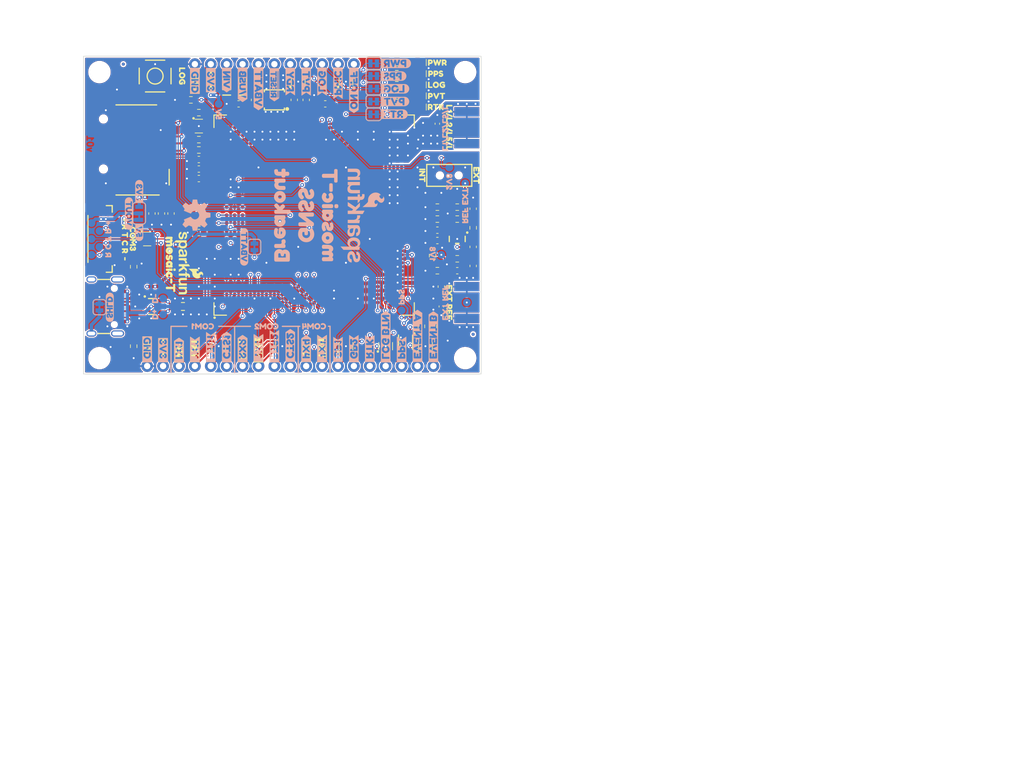
<source format=kicad_pcb>
(kicad_pcb (version 20241229) (generator "pcbnew") (generator_version "9.0")
  (title_block (title "SparkFun GNSS mosaic-T") (date "2025-03-19") (rev "v01") (company "SparkFun Electronics") (comment 1 "Designed by: P.C."))
  (layers (0 "F.Cu" signal) (4 "In1.Cu" signal "L2.Cu") (6 "In2.Cu" signal "L3.Cu") (2 "B.Cu" signal) (13 "F.Paste" user) (15 "B.Paste" user) (5 "F.SilkS" user "F.Silkscreen") (7 "B.SilkS" user "B.Silkscreen") (1 "F.Mask" user) (3 "B.Mask" user) (25 "Edge.Cuts" user))
  (net 0 "")
  (net 1 "3.3V")
  (net 2 "GND")
  (net 3 "1.8V")
  (net 4 "~{RESET}")
  (net 5 "Net-(D16-A2)")
  (net 6 "Net-(C10-Pad2)")
  (net 7 "Net-(U3--)")
  (net 8 "Net-(C14-Pad1)")
  (net 9 "5V")
  (net 10 "SD_DATA")
  (net 11 "SD_CLK")
  (net 12 "SD_CMD")
  (net 13 "Net-(D2-A)")
  (net 14 "Net-(D3-A)")
  (net 15 "Net-(D4-A)")
  (net 16 "Net-(D5-A)")
  (net 17 "Net-(D6-A)")
  (net 18 "PMIC_ON_REQ")
  (net 19 "LOG_LED")
  (net 20 "RDY")
  (net 21 "PVT_LED")
  (net 22 "ANT")
  (net 23 "EVENT_A")
  (net 24 "PPS")
  (net 25 "EVENT_B")
  (net 26 "RTK_LED")
  (net 27 "GP1")
  (net 28 "TX4")
  (net 29 "RX4")
  (net 30 "GP2")
  (net 31 "CTS2")
  (net 32 "RX2")
  (net 33 "RTS2")
  (net 34 "TX2")
  (net 35 "CTS1")
  (net 36 "TX1")
  (net 37 "RX1")
  (net 38 "RTS1")
  (net 39 "TX3")
  (net 40 "CTS3")
  (net 41 "RTS3")
  (net 42 "RX3")
  (net 43 "LOG_BTN")
  (net 44 "Net-(J5-Pin_1)")
  (net 45 "Net-(D17-I{slash}O1)")
  (net 46 "Net-(D17-I{slash}O2)")
  (net 47 "VUSB")
  (net 48 "VIN")
  (net 49 "ON_OFF")
  (net 50 "Net-(J1-DAT3{slash}CD)")
  (net 54 "VBATT")
  (net 57 "Net-(J7-SHIELD)")
  (net 58 "Net-(J7-CC1)")
  (net 62 "Net-(J7-CC2)")
  (net 65 "VANT")
  (net 66 "Net-(LOG1-A)")
  (net 67 "Net-(PPS1-A)")
  (net 68 "Net-(PVT1-A)")
  (net 69 "Net-(PWR1-A)")
  (net 70 "Net-(U1-SYNC)")
  (net 71 "Net-(U1-EVENTA)")
  (net 72 "Net-(U1-EVENTB)")
  (net 73 "Net-(RTK1-A)")
  (net 74 "Net-(R13-Pad1)")
  (net 75 "Net-(U3-+)")
  (net 76 "Net-(R19-Pad2)")
  (net 77 "REF_EXT")
  (net 78 "REF_IN")
  (net 79 "2V8_OUT")
  (net 80 "2V8_IN")
  (net 81 "REF_OUT")
  (net 83 "Net-(U2-2B)")
  (net 84 "D-")
  (net 85 "D+")
  (net 92 "PPS_1V8")
  (footprint "SparkFun-Aesthetic:Creative_Commons_License" (layer "F.Cu") (at 215.265 168.91)
    (property "Reference" "G3" (hide yes))
    (property "Value" "OSHW_Logo" (hide yes))
  )
  (footprint "SparkFun-Semiconductor-Standard:VSSOP8_SOT765-1" (layer "F.Cu") (at 167.005 119.38 -90)
    (property "Reference" "U2")
    (property "Value" "74LVC2T45DC")
  )
  (footprint "SparkFun-Semiconductor-Standard:SOT-353" (layer "F.Cu") (at 149.86 77.724 90)
    (property "Reference" "D7")
    (property "Value" "DF5A5.6LFU")
  )
  (footprint "SparkFun-Semiconductor-Standard:SOT23-6" (layer "F.Cu") (at 126.365 113.665)
    (property "Reference" "D17")
    (property "Value" "DT1042-04SO")
  )
  (footprint "SparkFun-GPS:MOSAIC_LGA" (layer "F.Cu") (at 152.4 99.06 -90)
    (property "Reference" "U1")
    (property "Value" "mosaic-T")
  )
  (footprint "SparkFun-Semiconductor-Standard:SOT-353" (layer "F.Cu") (at 137.16 120.015 90)
    (property "Reference" "D13")
    (property "Value" "DF5A5.6LFU")
  )
  (footprint "SparkFun-Capacitor:C_0603_1608Metric" (layer "F.Cu") (at 151.13 80.645 90)
    (property "Reference" "C17")
    (property "Value" "1.0uF")
  )
  (footprint "kibuzzard-67D044BC" (layer "F.Cu") (at 135.89 77.47 -90)
    (property "Reference" "kibuzzard-67D044BC" (hide yes))
    (property "Value" "G***" (hide yes))
  )
  (footprint "SparkFun-Capacitor:C_0603_1608Metric" (layer "F.Cu") (at 133.985 90.17 180)
    (property "Reference" "C1")
    (property "Value" "10uF")
  )
  (footprint "SparkFun-Semiconductor-Standard:SOT-353" (layer "F.Cu") (at 133.985 84.836)
    (property "Reference" "D1")
    (property "Value" "DF5A5.6LFU")
  )
  (footprint "kibuzzard-67D02298" (layer "F.Cu") (at 171.958 78.232)
    (property "Reference" "kibuzzard-67D02298" (hide yes))
    (property "Value" "G***" (hide yes))
  )
  (footprint "kibuzzard-67D022A2" (layer "F.Cu") (at 171.958 80.01)
    (property "Reference" "kibuzzard-67D022A2" (hide yes))
    (property "Value" "G***" (hide yes))
  )
  (footprint "SparkFun-Resistor:R_0603_1608Metric" (layer "F.Cu") (at 172.085 99.695 180)
    (property "Reference" "R15")
    (property "Value" "1k")
  )
  (footprint "SparkFun-Connector:1x11" (layer "F.Cu") (at 133.35 74.93)
    (property "Reference" "J3")
    (property "Value" "Conn_01x11")
  )
  (footprint "kibuzzard-67D022AC" (layer "F.Cu") (at 171.831 81.788)
    (property "Reference" "kibuzzard-67D022AC" (hide yes))
    (property "Value" "G***" (hide yes))
  )
  (footprint "SparkFun-Semiconductor-Standard:SOD-323" (layer "F.Cu") (at 138.43 78.105 90)
    (property "Reference" "D19")
    (property "Value" "BAT60A")
  )
  (footprint "SparkFun-Hardware:Standoff" (layer "F.Cu") (at 176.53 121.92)
    (property "Reference" "ST4")
    (property "Value" "Standoff")
  )
  (footprint "SparkFun-Resistor:R_0603_1608Metric" (layer "F.Cu") (at 133.985 88.646)
    (property "Reference" "R4")
    (property "Value" "10k")
  )
  (footprint "kibuzzard-67D044ED" (layer "F.Cu") (at 125.73 120.523 -90)
    (property "Reference" "kibuzzard-67D044ED" (hide yes))
    (property "Value" "G***" (hide yes))
  )
  (footprint "kibuzzard-67D04998" (layer "F.Cu") (at 122.174 104.775 -90)
    (property "Reference" "kibuzzard-67D04998" (hide yes))
    (property "Value" "G***" (hide yes))
  )
  (footprint "kibuzzard-67D03C98" (layer "F.Cu") (at 173.99 85.09 -90)
    (property "Reference" "kibuzzard-67D03C98" (hide yes))
    (property "Value" "G***" (hide yes))
  )
  (footprint "kibuzzard-67D035FF" (layer "F.Cu") (at 178.308 92.71 -90)
    (property "Reference" "kibuzzard-67D035FF" (hide yes))
    (property "Value" "G***" (hide yes))
  )
  (footprint "kibuzzard-67D049B0" (layer "F.Cu") (at 122.174 103.505 -90)
    (property "Reference" "kibuzzard-67D049B0" (hide yes))
    (property "Value" "G***" (hide yes))
  )
  (footprint "SparkFun-Resistor:R_0603_1608Metric" (layer "F.Cu") (at 177.8 101.092 90)
    (property "Reference" "R20")
    (property "Value" "33")
  )
  (footprint "kibuzzard-67D0454D" (layer "F.Cu") (at 140.97 120.396 -90)
    (property "Reference" "kibuzzard-67D0454D" (hide yes))
    (property "Value" "G***" (hide yes))
  )
  (footprint "SparkFun-Aesthetic:Fiducial_0.5mm_Mask1mm" (layer "F.Cu") (at 177.8 118.11)
    (property "Reference" "FID4")
    (property "Value" "Fiducial_0.5mm")
  )
  (footprint "SparkFun-Connector:1x19" (layer "F.Cu") (at 125.73 123.19)
    (property "Reference" "J4")
    (property "Value" "Conn_01x19")
  )
  (footprint "SparkFun-Connector:JST_SMD_1.25mm-6_Locking" (layer "F.Cu") (at 118.745 102.87 -90)
    (property "Reference" "J5")
    (property "Value" "JST_Locking_6")
  )
  (footprint "SparkFun-Resistor:R_0603_1608Metric" (layer "F.Cu") (at 133.985 82.677)
    (property "Reference" "R1")
    (property "Value" "10k")
  )
  (footprint "SparkFun-Aesthetic:Fiducial_0.5mm_Mask1mm" (layer "F.Cu") (at 121.92 74.93)
    (property "Reference" "FID1")
    (property "Value" "Fiducial_0.5mm")
  )
  (footprint "SparkFun-Resistor:R_0603_1608Metric" (layer "F.Cu") (at 132.715 80.645)
    (property "Reference" "R13")
    (property "Value" "1k")
  )
  (footprint "kibuzzard-67D044A8" (layer "F.Cu") (at 133.35 77.597 -90)
    (property "Reference" "kibuzzard-67D044A8" (hide yes))
    (property "Value" "G***" (hide yes))
  )
  (footprint "kibuzzard-67D049A2" (layer "F.Cu") (at 122.174 102.235 -90)
    (property "Reference" "kibuzzard-67D049A2" (hide yes))
    (property "Value" "G***" (hide yes))
  )
  (footprint "kibuzzard-67D02274" (layer "F.Cu") (at 172.085 74.676)
    (property "Reference" "kibuzzard-67D02274" (hide yes))
    (property "Value" "G***" (hide yes))
  )
  (footprint "SparkFun-Resistor:R_0603_1608Metric" (layer "F.Cu") (at 165.608 76.454 180)
    (property "Reference" "R12")
    (property "Value" "2.2k")
  )
  (footprint "kibuzzard-67D035E7" (layer "F.Cu") (at 169.672 92.71 -90)
    (property "Reference" "kibuzzard-67D035E7" (hide yes))
    (property "Value" "G***" (hide yes))
  )
  (footprint "kibuzzard-67D04570" (layer "F.Cu") (at 151.13 120.396 -90)
    (property "Reference" "kibuzzard-67D04570" (hide yes))
    (property "Value" "G***" (hide yes))
  )
  (footprint "SparkFun-Resistor:R_0603_1608Metric" (layer "F.Cu") (at 165.608 80.01 180)
    (property "Reference" "R7")
    (property "Value" "2.2k")
  )
  (footprint "SparkFun-Capacitor:C_0402_1005Metric" (layer "F.Cu") (at 172.085 84.455 -90)
    (property "Reference" "D9")
    (property "Value" "PESD0402")
  )
  (footprint "SparkFun-Connector:SMA_Edge" (layer "F.Cu") (at 176.784 113.03 -90)
    (property "Reference" "J6")
    (property "Value" "SMA_Edge")
  )
  (footprint "SparkFun-Semiconductor-Standard:SOT-353" (layer "F.Cu") (at 147.32 120.015 90)
    (property "Reference" "D12")
    (property "Value" "DF5A5.6LFU")
  )
  (footprint "SparkFun-Resistor:R_0603_1608Metric" (layer "F.Cu") (at 133.985 86.995)
    (property "Reference" "R2")
    (property "Value" "10k")
  )
  (footprint "SparkFun-Capacitor:C_0603_1608Metric" (layer "F.Cu") (at 154.178 81.28)
    (property "Reference" "L1")
    (property "Value" "470Ohm")
  )
  (footprint "SparkFun-Capacitor:C_0603_1608Metric" (layer "F.Cu") (at 126.492 98.806 -90)
    (property "Reference" "C8")
    (property "Value" "0.1uF")
  )
  (footprint "SparkFun-Connector:SMA_Edge" (layer "F.Cu") (at 176.784 85.09 -90)
    (property "Reference" "J2")
    (property "Value" "SMA_Edge")
  )
  (footprint "kibuzzard-67D0352E" (layer "F.Cu") (at 129.4892 106.934 -90)
    (property "Reference" "kibuzzard-67D0352E" (hide yes))
    (property "Value" "G***" (hide yes))
  )
  (footprint "SparkFun-LED:LED_0603_1608Metric_Red" (layer "F.Cu") (at 168.91 74.676 180)
    (property "Reference" "D2")
    (property "Value" "Red")
  )
  (footprint "SparkFun-Resistor:R_0603_1608Metric" (layer "F.Cu") (at 175.26 106.045 180)
    (property "Reference" "R16")
    (property "Value" "1k")
  )
  (footprint "SparkFun-Capacitor:C_0603_1608Metric" (layer "F.Cu") (at 177.8 107.188 -90)
    (property "Reference" "C13")
    (property "Value" "0.1uF")
  )
  (footprint "SparkFun-Semiconductor-Standard:SOT-353" (layer "F.Cu") (at 125.73 102.87)
    (property "Reference" "D14")
    (property "Value" "DF5A5.6LFU")
  )
  (footprint "SparkFun-Resistor:R_0603_1608Metric" (layer "F.Cu") (at 169.545 116.84 -90)
    (property "Reference" "R8")
    (property "Value" "169k")
  )
  (footprint "SparkFun-Capacitor:C_0603_1608Metric" (layer "F.Cu") (at 133.985 101.854 180)
    (property "Reference" "C3")
    (property "Value" "0.1uF")
  )
  (footprint "SparkFun-Resistor:R_0603_1608Metric" (layer "F.Cu") (at 165.608 74.676 180)
    (property "Reference" "R6")
    (property "Value" "4.7k")
  )
  (footprint "SparkFun-Hardware:Standoff" (layer "F.Cu") (at 176.53 76.2)
    (property "Reference" "ST3")
    (property "Value" "Standoff")
  )
  (footprint "kibuzzard-67D03CC5" (layer "F.Cu") (at 173.99 113.03 -90)
    (property "Reference" "kibuzzard-67D03CC5" (hide yes))
    (property "Value" "G***" (hide yes))
  )
  (footprint "kibuzzard-67D04943" (layer "F.Cu") (at 123.444 102.87 -90)
    (property "Reference" "kibuzzard-67D04943" (hide yes))
    (property "Value" "G***" (hide yes))
  )
  (footprint "SparkFun-Capacitor:C_0603_1608Metric" (layer "F.Cu") (at 128.016 98.806 -90)
    (property "Reference" "C9")
    (property "Value" "1.0uF")
  )
  (footprint "SparkFun-Aesthetic:SparkFun_Logo_10mm" (layer "F.Cu") (at 131.445 106.68 -90)
    (property "Reference" "G***")
    (property "Value" "LOGO" (hide yes))
  )
  (footprint "SparkFun-Semiconductor-Standard:SOT-353" (layer "F.Cu") (at 163.83 120.015 90)
    (property "Reference" "D10")
    (property "Value" "DF5A5.6LFU")
  )
  (footprint "SparkFun-Capacitor:C_0603_1608Metric" (layer "F.Cu") (at 129.54 98.806 -90)
    (property "Reference" "C7")
    (property "Value" "10uF")
  )
  (footprint "SparkFun-Resistor:R_0603_1608Metric" (layer "F.Cu") (at 172.085 97.79 180)
    (property "Reference" "R22")
    (property "Value" "1k")
  )
  (footprint "SparkFun-Connector:USB-C_16" (layer "F.Cu") (at 121.92 113.665 -90)
    (property "Reference" "J7")
    (property "Value" "USB_C_Receptacle")
  )
  (footprint "kibuzzard-67DABC87" (layer "F.Cu") (at 122.174 106.045 -90)
    (property "Reference" "kibuzzard-67DABC87" (hide yes))
    (property "Value" "G***" (hide yes))
  )
  (footprint "SparkFun-Switch:Slide_DPDT_SMD_7.2x3.5mm" (layer "F.Cu") (at 173.99 92.71 90)
    (property "Reference" "SW1")
    (property "Value" "DPDT_Slide_SMD_7.2x3.5mm")
  )
  (footprint "kibuzzard-67D04530" (layer "F.Cu") (at 133.35 120.523 -90)
    (property "Reference" "kibuzzard-67D04530" (hide yes))
    (property "Value" "G***" (hide yes))
  )
  (footprint "SparkFun-Resistor:R_0603_1608Metric" (layer "F.Cu") (at 165.608 78.232 180)
    (property "Reference" "R10")
    (property "Value" "330")
  )
  (footprint "SparkFun-LED:LED_0603_1608Metric_Green" (layer "F.Cu") (at 168.91 78.232 180)
    (property "Reference" "D4")
    (property "Value" "Green")
  )
  (footprint "kibuzzard-67D0451A" (layer "F.Cu") (at 130.81 120.65 -90)
    (property "Reference" "kibuzzard-67D0451A" (hide yes))
    (property "Value" "G***" (hide yes))
  )
  (footprint "SparkFun-Semiconductor-Standard:SOT-353" (layer "F.Cu") (at 170.18 120.015 90)
    (property "Reference" "D15")
    (property "Value" "DF5A5.6LFU")
  )
  (footprint "SparkFun-Capacitor:C_0603_1608Metric" (layer "F.Cu") (at 177.8 98.044 90)
    (property "Reference" "C14")
    (property "Value" "33pF")
  )
  (footprint "SparkFun-Capacitor:C_0603_1608Metric" (layer "F.Cu") (at 149.225 80.645 90)
    (property "Reference" "C18")
    (property "Value" "10uF")
  )
  (footprint "SparkFun-Resistor:R_0603_1608Metric" (layer "F.Cu") (at 123.571 107.315 -90)
    (property "Reference" "R18")
    (property "Value" "5.1k")
  )
  (footprint "kibuzzard-67D02289" (layer "F.Cu") (at 171.831 76.454)
    (property "Reference" "kibuzzard-67D02289" (hide yes))
    (property "Value" "G***" (hide yes))
  )
  (footprint "kibuzzard-67DABC71" (layer "F.Cu") (at 122.174 99.822 -90)
    (property "Reference" "kibuzzard-67DABC71" (hide yes))
    (property "Value" "G***" (hide yes))
  )
  (footprint "SparkFun-Capacitor:C_0603_1608Metric" (layer "F.Cu") (at 142.875 80.645 90)
    (property "Reference" "C16")
    (property "Value" "1.0uF")
  )
  (footprint "SparkFun-LED:LED_0603_1608Metric_Yellow" (layer "F.Cu") (at 168.91 76.454 180)
    (property "Reference" "D6")
    (property "Value" "Yellow")
  )
  (footprint "SparkFun-Semiconductor-Standard:SOT23-5" (layer "F.Cu") (at 175.26 102.87 -90)
    (property "Reference" "U3")
    (property "Value" "LMV7219M5")
  )
  (footprint "SparkFun-Capacitor:C_0603_1608Metric" (layer "F.Cu") (at 172.085 103.124)
    (property "Reference" "C6")
    (property "Value" "0.1uF")
  )
  (footprint "SparkFun-Semiconductor-Standard:SOT-353" (layer "F.Cu") (at 157.48 120.015 90)
    (property "Reference" "D11")
    (property "Value" "DF5A5.6LFU")
  )
  (footprint "SparkFun-Resistor:R_0603_1608Metric" (layer "F.Cu") (at 123.571 120.015 90)
    (property "Reference" "R17")
    (property "Value" "5.1k")
  )
  (footprint "kibuzzard-67D04501" (layer "F.Cu") (at 128.27 120.65 -90)
    (property "Reference" "kibuzzard-67D04501" (hide yes))
    (property "Value" "G***" (hide yes))
  )
  (footprint "SparkFun-Resistor:R_0603_1608Metric" (layer "F.Cu") (at 133.985 100.33 180)
    (property "Reference" "R3")
    (property "Value" "10k")
  )
  (footprint "SparkFun-LED:LED_0603_1608Metric_Blue" (layer "F.Cu") (at 168.91 80.01 180)
    (property "Reference" "D3")
    (property "Value" "Blue")
  )
  (footprint "SparkFun-Capacitor:C_0603_1608Metric" (layer "F.Cu") (at 172.72 110.49 90)
    (property "Reference" "C10")
    (property "Value" "1.0nF")
  )
  (footprint "SparkFun-Capacitor:C_0603_1608Metric" (layer "F.Cu") (at 133.985 91.694 180)
    (property "Reference" "C5")
    (property "Value" "1.0uF")
  )
  (footprint "SparkFun-Switch:Push_SMD_5.2x5.2mm_h2.5mm" (layer "F.Cu") (at 127 76.835)
    (property "Reference" "SW2")
    (property "Value" "SMD_5.2x5.2mm_h2.5mm")
  )
  (footprint "kibuzzard-67D02298" (layer "F.Cu") (at 131.318 76.835 -90)
    (property "Reference" "kibuzzard-67D02298" (hide yes))
    (property "Value" "G***" (hide yes))
  )
  (footprint "SparkFun-LED:LED_0603_1608Metric_White" (layer "F.Cu") (at 168.91 81.788 180)
    (property "Reference" "D5")
    (property "Value" "White")
  )
  (footprint "SparkFun-Coil:RFCMF1220100M4T" (layer "F.Cu") (at 131.445 113.665)
    (property "Reference" "TR1")
    (property "Value" "RFCMF1220100M4T")
  )
  (footprint "kibuzzard-67D0455C" (layer "F.Cu") (at 143.51 120.396 -90)
    (property "Reference" "kibuzzard-67D0455C" (hide yes))
    (property "Value" "G***" (hide yes))
  )
  (footprint "SparkFun-Semiconductor-Standard:SOD-323" (layer "F.Cu") (at 140.97 78.105 90)
    (property "Reference" "D18")
    (property "Value" "BAT60A")
  )
  (footprint "SparkFun-Semiconductor-Standard:UDFN-8" (layer "F.Cu") (at 146.05 80.645 180)
    (property "Reference" "U4")
    (property "Value" "AP7361C-3.3V")
  )
  (footprint "SparkFun-Capacitor:C_0603_1608Metric" (layer "F.Cu") (at 172.085 101.473)
    (property "Reference" "C2")
    (property "Value" "10uF")
  )
  (footprint "SparkFun-Resistor:R_0603_1608Metric" (layer "F.Cu") (at 172.085 107.95)
    (property "Reference" "R14")
    (property "Value" "49.9")
  )
  (footprint "SparkFun-Hardware:Standoff" (layer "F.Cu") (at 118.11 76.2)
    (property "Reference" "ST1")
    (property "Value" "Standoff")
  )
  (footprint "SparkFun-Capacitor:C_0603_1608Metric" (layer "F.Cu") (at 140.335 81.28 180)
    (property "Reference" "C15")
    (property "Value" "10uF")
  )
  (footprint "SparkFun-Resistor:R_0603_1608Metric" (layer "F.Cu") (at 171.45 116.84 -90)
    (property "Reference" "R9")
    (property "Value" "169k")
  )
  (footprint "SparkFun-Connector:microSD_External_Pin" (layer "F.Cu") (at 118.745 88.646 -90)
    (property "Reference" "J1")
    (property "Value" "microSD")
  )
  (footprint "kibuzzard-67D04579" (layer "F.Cu") (at 153.67 120.396 -90)
    (property "Reference" "kibuzzard-67D04579" (hide yes))
    (property "Value" "G***" (hide yes))
  )
  (footprint "SparkFun-Capacitor:C_0603_1608Metric" (layer "F.Cu") (at 133.985 93.218 180)
    (property "Reference" "C4")
    (property "Value" "0.1uF")
  )
  (footprint "kibuzzard-67D04998" (layer "F.Cu") (at 122.174 100.965 -90)
    (property "Reference" "kibuzzard-67D04998" (hide yes))
    (property "Value" "G***" (hide yes))
  )
  (footprint "SparkFun-Resistor:R_0603_1608Metric" (layer "F.Cu") (at 175.26 97.79 180)
    (property "Reference" "R21")
    (property "Value" "1k")
  )
  (footprint "SparkFun-Resistor:R_0603_1608Metric" (layer "F.Cu") (at 171.323 105.537 -90)
    (property "Reference" "R5")
    (property "Value" "10k")
  )
  (footprint "SparkFun-Resistor:R_0603_1608Metric" (layer "F.Cu") (at 175.26 99.695)
    (property "Reference" "R19")
    (property "Value" "100k")
  )
  (footprint "SparkFun-Capacitor:C_0603_1608Metric" (layer "F.Cu") (at 175.26 107.95)
    (property "Reference" "C11")
    (property "Value" "1.0nF")
  )
  (footprint "SparkFun-Semiconductor-Standard:SOT-353" (layer "F.Cu") (at 157.48 77.724 90)
    (property "Reference" "D8")
    (property "Value" "DF5A5.6LFU")
  )
  (footprint "SparkFun-Capacitor:C_0603_1608Metric" (layer "F.Cu") (at 177.8 104.14 90)
    (property "Reference" "C12")
    (property "Value" "10uF")
  )
  (footprint "SparkFun-Capacitor:C_0402_1005Metric" (layer "F.Cu") (at 172.72 113.665 90)
    (property "Reference" "D16")
    (property "Value" "PESD0402")
  )
  (footprint "SparkFun-Hardware:Standoff" (layer "F.Cu") (at 118.11 121.92)
    (property "Reference" "ST2")
    (property "Value" "Standoff")
  )
  (footprint "SparkFun-Resistor:R_0603_1608Metric" (layer "F.Cu") (at 165.608 81.788 180)
    (property "Reference" "R11")
    (property "Value" "1k")
  )
  (footprint "kibuzzard-67D04A72" (layer "B.Cu") (at 165.1 76.835 180)
    (property "Reference" "kibuzzard-67D04A72" (hide yes))
    (property "Value" "G***" (hide yes))
  )
  (footprint "SparkFun-Connector:TestPoint-1.25mm" (layer "B.Cu") (at 118.11 101.6 180)
    (property "Reference" "TP7")
    (property "Value" "1.25mm")
  )
  (footprint "kibuzzard-67D04B0C" (layer "B.Cu") (at 173.99 93.726 90)
    (property "Reference" "kibuzzard-67D04B0C" (hide yes))
    (property "Value" "G***" (hide yes))
  )
  (footprint "kibuzzard-67D04D30" (layer "B.Cu") (at 138.43 77.47 90)
    (property "Reference" "kibuzzard-67D04D30" (hide yes))
    (property "Value" "G***" (hide yes))
  )
  (footprint "SparkFun-Aesthetic:Fiducial_0.5mm_Mask1mm" (layer "B.Cu") (at 121.92 74.93 180)
    (property "Reference" "FID3")
    (property "Value" "Fiducial_0.5mm")
  )
  (footprint "kibuzzard-67D04669" (layer "B.Cu") (at 138.43 120.142 90)
    (property "Reference" "kibuzzard-67D04669" (hide yes))
    (property "Value" "G***" (hide yes))
  )
  (footprint "SparkFun-Connector:TestPoint-1.25mm" (layer "B.Cu") (at 173.99 91.44 180)
    (property "Reference" "TP2")
    (property "Value" "1.25mm")
  )
  (footprint "kibuzzard-67D04B28" (layer "B.Cu") (at 176.53 97.536 90)
    (property "Reference" "kibuzzard-67D04B28" (hide yes))
    (property "Value" "G***" (hide yes))
  )
  (footprint "kibuzzard-67D047EC" (layer "B.Cu") (at 171.45 118.491 90)
    (property "Reference" "kibuzzard-67D047EC" (hide yes))
    (property "Value" "G***" (hide yes))
  )
  (footprint "SparkFun-Connector:TestPoint-1.25mm" (layer "B.Cu") (at 137.16 81.28 180)
    (property "Reference" "TP11")
    (property "Value" "1.25mm")
  )
  (footprint "kibuzzard-67D04E93" (layer "B.Cu") (at 153.67 77.724 90)
    (property "Reference" "kibuzzard-67D04E93" (hide yes))
    (property "Value" "G***" (hide yes))
  )
  (footprint "kibuzzard-67D03584" (layer "B.Cu") (at 147.32 99.06 90)
    (property "Reference" "kibuzzard-67D03584" (hide yes))
    (property "Value" "G***" (hide yes))
  )
  (footprint "SparkFun-Jumper:Jumper_2_NC_Trace" (layer "B.Cu") (at 161.9123 76.8256 180)
    (property "Reference" "PPS1")
    (property "Value" "~")
  )
  (footprint "SparkFun-Jumper:Jumper_2_NC_Trace" (layer "B.Cu") (at 161.9123 74.8124 180)
    (property "Reference" "PWR1")
    (property "Value" "~")
  )
  (footprint "kibuzzard-67D04E88" (layer "B.Cu") (at 151.13 77.724 90)
    (property "Reference" "kibuzzard-67D04E88" (hide yes))
    (property "Value" "G***" (hide yes))
  )
  (footprint "kibuzzard-67DAC0E0" (layer "B.Cu") (at 124.46 101.854 90)
    (property "Reference" "kibuzzard-67DAC0E0" (hide yes))
    (property "Value" "G***" (hide yes))
  )
  (footprint "kibuzzard-67D046F7" (layer "B.Cu") (at 151.13 120.396 90)
    (property "Reference" "kibuzzard-67D046F7" (hide yes))
    (property "Value" "G***" (hide yes))
  )
  (footprint "SparkFun-Connector:TestPoint-1.25mm" (layer "B.Cu") (at 118.11 104.14 180)
    (property "Reference" "TP5")
    (property "Value" "1.25mm")
  )
  (footprint "kibuzzard-67D04EAA" (layer "B.Cu") (at 156.21 77.978 90)
    (property "Reference" "kibuzzard-67D04EAA" (hide yes))
    (property "Value" "G***" (hide yes))
  )
  (footprint "SparkFun-Jumper:Jumper_2_NC_Trace" (layer "B.Cu") (at 142.8623 104.14 -90)
    (property "Reference" "VBATT1")
    (property "Value" "~")
  )
  (footprint "SparkFun-Connector:TestPoint-1.25mm" (layer "B.Cu") (at 116.84 100.33 180)
    (property "Reference" "TP13")
    (property "Value" "1.25mm")
  )
  (footprint "kibuzzard-67D04998" (layer "B.Cu") (at 119.507 101.6 90)
    (property "Reference" "kibuzzard-67D04998" (hide yes))
    (property "Value" "G***" (hide yes))
  )
  (footprint "SparkFun-Aesthetic:Fiducial_0.5mm_Mask1mm" (layer "B.Cu") (at 177.8 118.11 180)
    (property "Reference" "FID2")
    (property "Value" "Fiducial_0.5mm")
  )
  (footprint "SparkFun-Jumper:Jumper_2_NC_Trace" (layer "B.Cu") (at 161.9123 82.9498 180)
    (property "Reference" "RTK1")
    (property "Value" "~")
  )
  (footprint "kibuzzard-67D03CC5" (layer "B.Cu") (at 173.355 113.03 90)
    (property "Reference" "kibuzzard-67D03CC5" (hide yes))
    (property "Value" "G***" (hide yes))
  )
  (footprint "kibuzzard-67DAC106" (layer "B.Cu") (at 124.46 95.25 90)
    (property "Reference" "kibuzzard-67DAC106" (hide yes))
    (property "Value" "G***" (hide yes))
  )
  (footprint "kibuzzard-67D045C9" (layer "B.Cu") (at 128.27 120.65 90)
    (property "Reference" "kibuzzard-67D045C9" (hide yes))
    (property "Value" "G***" (hide yes))
  )
  (footprint "kibuzzard-67D04639" (layer "B.Cu") (at 135.89 120.142 90)
    (property "Reference" "kibuzzard-67D04639" (hide yes))
    (property "Value" "G***" (hide yes))
  )
  (footprint "kibuzzard-67D0356E" (layer "B.Cu") (at 151.13 99.06 90)
    (property "Reference" "kibuzzard-67D0356E" (hide yes))
    (property "Value" "G***" (hide yes))
  )
  (footprint "kibuzzard-67D04726" (layer "B.Cu") (at 156.21 120.523 90)
    (property "Reference" "kibuzzard-67D04726" (hide yes))
    (property "Value" "G***" (hide yes))
  )
  (footprint "kibuzzard-67D046FF" (layer "B.Cu") (at 153.67 120.396 90)
    (property "Reference" "kibuzzard-67D046FF" (hide yes))
    (property "Value" "G***" (hide yes))
  )
  (footprint "kibuzzard-67D046CC" (layer "B.Cu") (at 148.59 119.888 90)
    (property "Reference" "kibuzzard-67D046CC" (hide yes))
    (property "Value" "G***" (hide yes))
  )
  (footprint "SparkFun-Connector:TestPoint-1.25mm" (layer "B.Cu") (at 116.84 102.87 180)
    (property "Reference" "TP6")
    (property "Value" "1.25mm")
  )
  (footprint "kibuzzard-67D04B80" (layer "B.Cu") (at 166.37 112.141 90)
    (property "Reference" "kibuzzard-67D04B80" (hide yes))
    (property "Value" "G***" (hide yes))
  )
  (footprint "kibuzzard-67D0474E" (layer "B.Cu") (at 158.75 120.396 90)
    (property "Reference" "kibuzzard-67D0474E" (hide yes))
    (property "Value" "G***" (hide yes))
  )
  (footprint "SparkFun-Aesthetic:OSHW_Logo_5mm" (layer "B.Cu") (at 133.35 99.06 90)
    (property "Reference" "Ref**" (hide yes))
    (property "Value" "Val**" (hide yes))
  )
  (footprint "SparkFun-Jumper:Jumper_2_NC_Trace" (layer "B.Cu") (at 118.11 113.7793 -90)
    (property "Reference" "SHLD1")
    (property "Value" "~")
  )
  (footprint "kibuzzard-67DAC0B5" (layer "B.Cu") (at 122.809 98.806 90)
    (property "Reference" "kibuzzard-67DAC0B5" (hide yes))
    (property "Value" "G***" (hide yes))
  )
  (footprint "kibuzzard-67D04E6C" (layer "B.Cu") (at 146.05 78.232 90)
    (property "Reference" "kibuzzard-67D04E6C" (hide yes))
    (property "Value" "G***" (hide yes))
  )
  (footprint "kibuzzard-67D04A80" (layer "B.Cu") (at 165.354 78.867 180)
    (property "Reference" "kibuzzard-67D04A80" (hide yes))
    (property "Value" "G***" (hide yes))
  )
  (footprint "kibuzzard-67D1674C" (layer "B.Cu") (at 144.78 116.84 180)
    (property "Reference" "kibuzzard-67D1674C" (hide yes))
    (property "Value" "G***" (hide yes))
  )
  (footprint "kibuzzard-67D04D07" (layer "B.Cu") (at 135.89 77.47 90)
    (property "Reference" "kibuzzard-67D04D07" (hide yes))
    (property "Value" "G***" (hide yes))
  )
  (footprint "SparkFun-Connector:TestPoint-1.25mm" (layer "B.Cu") (at 128.27 112.395 180)
    (property "Reference" "TP12")
    (property "Value" "1.25mm")
  )
  (footprint "kibuzzard-67D04FB5" (layer "B.Cu") (at 158.75 79.121 90)
    (property "Reference" "kibuzzard-67D04FB5" (hide yes))
    (property "Value" "G***" (hide yes))
  )
  (footprint "kibuzzard-67D04E18" (layer "B.Cu") (at 148.59 77.724 90)
    (property "Reference" "kibuzzard-67D04E18" (hide yes))
    (property "Value" "G***" (hide yes))
  )
  (footprint "kibuzzard-67D04D20" (layer "B.Cu") (at 133.35 77.597 90)
    (property "Reference" "kibuzzard-67D04D20" (hide yes))
    (property "Value" "G***" (hide yes))
  )
  (footprint "kibuzzard-67D04998" (layer "B.Cu") (at 119.507 105.41 90)
    (property "Reference" "kibuzzard-67D04998" (hide yes))
    (property "Value" "G***" (hide yes))
  )
  (footprint "kibuzzard-67D16721" (layer "B.Cu") (at 134.62 116.84 180)
    (property "Reference" "kibuzzard-67D16721" (hide yes))
    (property "Value" "G***" (hide yes))
  )
  (footprint "kibuzzard-67D046BD" (layer "B.Cu") (at 146.05 120.015 90)
    (property "Reference" "kibuzzard-67D046BD" (hide yes))
    (property "Value" "G***" (hide yes))
  )
  (footprint "kibuzzard-67D045EC" (layer "B.Cu") (at 130.81 120.65 90)
    (property "Reference" "kibuzzard-67D045EC" (hide yes))
    (property "Value" "G***" (hide yes))
  )
  (footprint "kibuzzard-67D04771" (layer "B.Cu") (at 161.29 120.396 90)
    (property "Reference" "kibuzzard-67D04771" (hide yes))
    (property "Value" "G***" (hide yes))
  )
  (footprint "kibuzzard-67D046B5" (layer "B.Cu") (at 143.51 120.269 90)
    (property "Reference" "kibuzzard-67D046B5" (hide yes))
    (property "Value" "G***" (hide yes))
  )
  (footprint "kibuzzard-67DABC7B" (layer "B.Cu") (at 119.507 100.33 90)
    (property "Reference" "kibuzzard-67DABC7B" (hide yes))
    (property "Value" "G***" (hide yes))
  )
  (footprint "kibuzzard-67D03C98" (layer "B.Cu") (at 173.355 85.09 90)
    (property "Reference" "kibuzzard-67D03C98" (hide yes))
    (property "Value" "G***" (hide yes))
  )
  (footprint "kibuzzard-67D049A2" (layer "B.Cu") (at 119.507 102.87 90)
    (property "Reference" "kibuzzard-67D049A2" (hide yes))
    (property "Value" "G***" (hide yes))
  )
  (footprint "kibuzzard-67D04D50" (layer "B.Cu") (at 140.97 78.2283 90)
    (property "Reference" "kibuzzard-67D04D50" (hide yes))
    (property "Value" "G***" (hide yes))
  )
  (footprint "SparkFun-Aesthetic:SparkFun_Logo_15mm" (layer "B.Cu") (at 158.75 99.314 90)
    (property "Reference" "G***" (hide yes))
    (property "Value" "LOGO" (hide yes))
  )
  (footprint "kibuzzard-67D171E5" (layer "B.Cu") (at 127 114.935 90)
    (property "Reference" "kibuzzard-67D171E5" (hide yes))
    (property "Value" "G***" (hide yes))
  )
  (footprint "kibuzzard-67DABED8" (layer "B.Cu") (at 137.16 82.931 90)
    (property "Reference" "kibuzzard-67DABED8" (hide yes))
    (property "Value" "G***" (hide yes))
  )
  (footprint "kibuzzard-67D04B58" (layer "B.Cu") (at 171.323 105.283 90)
    (property "Reference" "kibuzzard-67D04B58" (hide yes))
    (property "Value" "G***" (hide yes))
  )
  (footprint "kibuzzard-67D049B0" (layer "B.Cu") (at 119.507 104.14 90)
    (property "Reference" "kibuzzard-67D049B0" (hide yes))
    (property "Value" "G***" (hide yes))
  )
  (footprint "SparkFun-Connector:TestPoint-1.25mm" (layer "B.Cu") (at 176.784 113.03 180)
    (property "Reference" "TP8")
    (property "Value" "1.25mm")
  )
  (footprint "kibuzzard-67D04A61" (layer "B.Cu") (at 165.481 74.803 180)
    (property "Reference" "kibuzzard-67D04A61" (hide yes))
    (property "Value" "G***" (hide yes))
  )
  (footprint "kibuzzard-67D047AD" (layer "B.Cu") (at 163.83 118.491 90)
    (property "Reference" "kibuzzard-67D047AD" (hide yes))
    (property "Value" "G***" (hide yes))
  )
  (footprint "kibuzzard-67D04612" (layer "B.Cu") (at 133.35 120.523 90)
    (property "Reference" "kibuzzard-67D04612" (hide yes))
    (property "Value" "G***" (hide yes))
  )
  (footprint "kibuzzard-67D03557" (layer "B.Cu") (at 154.94 99.06 90)
    (property "Reference" "kibuzzard-67D03557" (hide yes))
    (property "Value" "G***" (hide yes))
  )
  (footprint "kibuzzard-67D047D9" (layer "B.Cu") (at 168.91 118.364 90)
    (property "Reference" "kibuzzard-67D047D9" (hide yes))
    (property "Value" "G***" (hide yes))
  )
  (footprint "SparkFun-Connector:TestPoint-1.25mm" (layer "B.Cu") (at 172.72 105.41 180)
    (property "Reference" "TP1")
    (property "Value" "1.25mm")
  )
  (footprint "kibuzzard-67D04AA3" (layer "B.Cu") (at 165.227 82.931 180)
    (property "Reference" "kibuzzard-67D04AA3" (hide yes))
    (property "Value" "G***" (hide yes))
  )
  (footprint "kibuzzard-67D04A91" (layer "B.Cu") (at 165.354 80.899 180)
    (property "Reference" "kibuzzard-67D04A91" (hide yes))
    (property "Value" "G***" (hide yes))
  )
  (footprint "SparkFun-Jumper:Jumper_3_NC-1_Trace" (layer "B.Cu") (at 124.46 98.7806 90)
    (property "Reference" "VOUT1")
    (property "Value" "~")
  )
  (footprint "kibuzzard-67D05125" (layer "B.Cu") (at 141.224 104.14 90)
    (property "Reference" "kibuzzard-67D05125" (hide yes))
    (property "Value" "G***" (hide yes))
  )
  (footprint "kibuzzard-67D046A8" (layer "B.Cu") (at 140.97 120.396 90)
    (property "Reference" "kibuzzard-67D046A8" (hide yes))
    (property "Value" "G***" (hide yes))
  )
  (footprint "SparkFun-Connector:TestPoint-1.25mm" (layer "B.Cu") (at 176.53 93.98 180)
    (property "Reference" "TP10")
    (property "Value" "1.25mm")
  )
  (footprint "kibuzzard-67D04D99" (layer "B.Cu") (at 143.51 78.867 90)
    (property "Reference" "kibuzzard-67D04D99" (hide yes))
    (property "Value" "G***" (hide yes))
  )
  (footprint "kibuzzard-67D045AD" (layer "B.Cu") (at 125.73 120.523 90)
    (property "Reference" "kibuzzard-67D045AD" (hide yes))
    (property "Value" "G***" (hide yes))
  )
  (footprint "SparkFun-Connector:TestPoint-1.25mm" (layer "B.Cu") (at 116.84 105.41 180)
    (property "Reference" "TP4")
    (property "Value" "1.25mm")
  )
  (footprint "SparkFun-Jumper:Jumper_2_NC_Trace" (layer "B.Cu") (at 161.9123 80.899 180)
    (property "Reference" "PVT1")
    (property "Value" "~")
  )
  (footprint "SparkFun-Connector:TestPoint-1.25mm" (layer "B.Cu") (at 166.37 114.3 180)
    (property "Reference" "TP3")
    (property "Value" "1.25mm")
  )
  (footprint "kibuzzard-67D171AB" (layer "B.Cu") (at 127 112.395 90)
    (property "Reference" "kibuzzard-67D171AB" (hide yes))
    (property "Value" "G***" (hide yes))
  )
  (footprint "kibuzzard-67D16775" (layer "B.Cu") (at 152.4 116.833562 180)
    (property "Reference" "kibuzzard-67D16775" (hide yes))
    (property "Value" "G***" (hide yes))
  )
  (footprint "SparkFun-Jumper:Jumper_2_NC_Trace" (layer "B.Cu") (at 161.9123 78.8482 180)
    (property "Reference" "LOG1")
    (property "Value" "~")
  )
  (footprint "SparkFun-Connector:TestPoint-1.25mm" (layer "B.Cu") (at 128.27 114.935 180)
    (property "Reference" "TP9")
    (property "Value" "1.25mm")
  )
  (footprint "kibuzzard-67D047C3" (layer "B.Cu") (at 166.37 120.523 90)
    (property "Reference" "kibuzzard-67D047C3" (hide yes))
    (property "Value" "G***" (hide yes))
  )
  (footprint "kibuzzard-67D05112" (layer "B.Cu") (at 119.761 113.792 90)
    (property "Reference" "kibuzzard-67D05112" (hide yes))
    (property "Value" "G***" (hide yes))
  )
  (gr_line (start 154.94 124.206) (end 154.94 116.84) (stroke (width 0.2032)) (layer "B.SilkS"))
  (gr_line (start 147.32 116.84) (end 150.114 116.84) (stroke (width 0.2032)) (layer "B.SilkS"))
  (gr_line (start 129.54 124.206) (end 129.54 116.84) (stroke (width 0.2032)) (layer "B.SilkS"))
  (gr_line (start 139.7 124.206) (end 139.7 116.84) (stroke (width 0.2032)) (layer "B.SilkS"))
  (gr_line (start 149.86 124.206) (end 149.86 116.84) (stroke (width 0.2032)) (layer "B.SilkS"))
  (gr_line (start 137.16 116.84) (end 142.24 116.84) (stroke (width 0.2032)) (layer "B.SilkS"))
  (gr_line (start 129.54 116.84) (end 132.08 116.84) (stroke (width 0.2032)) (layer "B.SilkS"))
  (gr_line (start 154.94 116.82784) (end 154.686 116.82784) (stroke (width 0.2032)) (layer "B.SilkS"))
  (gr_poly (pts (xy 115.57 124.46) (xy 115.57 73.66) (xy 179.07 73.66) (xy 179.07 124.46)) (stroke (width 0.1)) (fill no) (layer "Edge.Cuts"))
  (gr_text "v01" (at 116.586 87.63 270) (layer "B.Cu" knockout) (effects (font (size 1.016 1.016) (thickness 0.254) (bold yes)) (justify mirror)))
  (segment (start 127.542 87.596) (end 129.245 87.596) (width 0.5588) (layer "F.Cu") (net 1))
  (segment (start 126.492 88.646) (end 127.542 87.596) (width 0.5588) (layer "F.Cu") (net 1))
  (segment (start 148.25 81.519) (end 148.349 81.42) (width 0.3048) (layer "F.Cu") (net 1))
  (segment (start 167.755 120.855) (end 167.755 119.9) (width 0.1778) (layer "F.Cu") (net 1))
  (segment (start 131.953 86.868) (end 131.953 85.852) (width 0.3048) (layer "F.Cu") (net 1))
  (segment (start 153.403 80.277) (end 153.924 79.756) (width 0.1778) (layer "F.Cu") (net 1))
  (segment (start 137.414 91.44) (end 137.16 91.694) (width 0.5588) (layer "F.Cu") (net 1))
  (segment (start 140.97 90.17) (end 140.97 91.44) (width 0.5588) (layer "F.Cu") (net 1))
  (segment (start 176.21 104.1701) (end 175.2901 104.1701) (width 0.28194) (layer "F.Cu") (net 1))
  (segment (start 139.7 90.17) (end 139.7 88.9) (width 0.5588) (layer "F.Cu") (net 1))
  (segment (start 159.639 78.994) (end 159.639 76.454) (width 0.1778) (layer "F.Cu") (net 1))
  (segment (start 139.7 91.44) (end 138.43 91.44) (width 0.5588) (layer "F.Cu") (net 1))
  (segment (start 134.76 90.17) (end 135.89 90.17) (width 0.5588) (layer "F.Cu") (net 1))
  (segment (start 137.16 91.694) (end 135.89 91.694) (width 0.5588) (layer "F.Cu") (net 1))
  (segment (start 126.492 98.031) (end 126.492 96.52) (width 0.5588) (layer "F.Cu") (net 1))
  (segment (start 138.43 88.9) (end 138.43 90.17) (width 0.5588) (layer "F.Cu") (net 1))
  (segment (start 159.639 76.454) (end 160.274 75.819) (width 0.1778) (layer "F.Cu") (net 1))
  (segment (start 151.13 81.42) (end 152.26 81.42) (width 0.5588) (layer "F.Cu") (net 1))
  (segment (start 158.877 79.756) (end 159.639 78.994) (width 0.1778) (layer "F.Cu") (net 1))
  (segment (start 152.4 81.28) (end 153.403 81.28) (width 0.5588) (layer "F.Cu") (net 1))
  (segment (start 177.8 104.915) (end 177.8 106.413) (width 0.28194) (layer "F.Cu") (net 1))
  (segment (start 130.302 103.759) (end 130.302 107.442) (width 0.5588) (layer "F.Cu") (net 1))
  (segment (start 124.4854 96.1898) (end 125.3744 96.1898) (width 0.5588) (layer "F.Cu") (net 1))
  (segment (start 134.76 93.218) (end 135.89 93.218) (width 0.5588) (layer "F.Cu") (net 1))
  (segment (start 135.89 81.661) (end 135.128 80.899) (width 0.5588) (layer "F.Cu") (net 1))
  (segment (start 133.096 98.031) (end 129.54 98.031) (width 0.5588) (layer "F.Cu") (net 1))
  (segment (start 167.755 119.9) (end 167.767 119.888) (width 0.1778) (layer "F.Cu") (net 1))
  (segment (start 133.16 98.095) (end 133.16 100.33) (width 0.5588) (layer "F.Cu") (net 1))
  (segment (start 147.425 81.62) (end 148.25 81.62) (width 0.3048) (layer "F.Cu") (net 1))
  (segment (start 148.25 81.62) (end 148.25 81.519) (width 0.3048) (layer "F.Cu") (net 1))
  (segment (start 140.97 90.17) (end 139.7 90.17) (width 0.5588) (layer "F.Cu") (net 1))
  (segment (start 153.403 81.28) (end 153.403 80.277) (width 0.1778) (layer "F.Cu") (net 1))
  (segment (start 139.7 91.44) (end 139.7 90.17) (width 0.5588) (layer "F.Cu") (net 1))
  (segment (start 134.81 86.995) (end 135.89 86.995) (width 0.5588) (layer "F.Cu") (net 1))
  (segment (start 132.319 85.486) (end 133.185 85.486) (width 0.3048) (layer "F.Cu") (net 1))
  (segment (start 143.637 83.058) (end 144.018 83.439) (width 0.5588) (layer "F.Cu") (net 1))
  (segment (start 130.302 101.727) (end 130.302 103.759) (width 0.5588) (layer "F.Cu") (net 1))
  (segment (start 127 110.49) (end 125.73 110.49) (width 0.5588) (layer "F.Cu") (net 1))
  (segment (start 131.225 87.596) (end 131.953 86.868) (width 0.3048) (layer "F.Cu") (net 1))
  (segment (start 129.245 87.596) (end 131.225 87.596) (width 0.3048) (layer "F.Cu") (net 1))
  (segment (start 135.89 83.058) (end 143.637 83.058) (width 0.5588) (layer "F.Cu") (net 1))
  (segment (start 139.7 88.9) (end 138.43 88.9) (width 0.5588) (layer "F.Cu") (net 1))
  (segment (start 138.43 91.44) (end 137.414 91.44) (width 0.5588) (layer "F.Cu") (net 1))
  (segment (start 134.76 91.694) (end 135.89 91.694) (width 0.5588) (layer "F.Cu") (net 1))
  (segment (start 140.97 91.44) (end 139.7 91.44) (width 0.5588) (layer "F.Cu") (net 1))
  (segment (start 134.81 88.646) (end 135.89 88.646) (width 0.5588) (layer "F.Cu") (net 1))
  (segment (start 130.302 107.442) (end 127.254 110.49) (width 0.5588) (layer "F.Cu") (net 1))
  (segment (start 126.492 96.139) (end 126.492 88.646) (width 0.5588) (layer "F.Cu") (net 1))
  (segment (start 138.43 88.9) (end 137.541 88.9) (width 0.5588) (layer "F.Cu") (net 1))
  (segment (start 153.924 79.756) (end 158.877 79.756) (width 0.1778) (layer "F.Cu") (net 1))
  (segment (start 151.13 82.677) (end 151.13 81.42) (width 0.5588) (layer "F.Cu") (net 1))
  (segment (start 135.128 80.899) (end 135.128 75.692) (width 0.5588) (layer "F.Cu") (net 1))
  (segment (start 135.89 86.995) (end 135.89 82.677) (width 0.5588) (layer "F.Cu") (net 1))
  (segment (start 126.492 96.52) (end 126.492 96.139) (width 0.5588) (layer "F.Cu") (net 1))
  (segment (start 133.096 98.031) (end 133.16 98.095) (width 0.5588) (layer "F.Cu") (net 1))
  (segment (start 149.225 81.42) (end 148.349 81.42) (width 0.5588) (layer "F.Cu") (net 1))
  (segment (start 140.97 88.9) (end 139.7 88.9) (width 0.5588) (layer "F.Cu") (net 1))
  (segment (start 135.128 75.692) (end 135.89 74.93) (width 0.5588) (layer "F.Cu") (net 1))
  (segment (start 139.7 90.17) (end 138.43 90.17) (width 0.5588) (layer "F.Cu") (net 1))
  (segment (start 125.3744 96.1898) (end 126.4412 96.1898) (width 0.5588) (layer "F.Cu") (net 1))
  (segment (start 177.0551 104.1701) (end 177.8 104.915) (width 0.28194) (layer "F.Cu") (net 1))
  (segment (start 135.89 88.646) (end 135.89 90.17) (width 0.5588) (layer "F.Cu") (net 1))
  (segment (start 137.287 88.646) (end 135.89 88.646) (width 0.5588) (layer "F.Cu") (net 1))
  (segment (start 133.16 100.33) (end 131.699 100.33) (width 0.5588) (layer "F.Cu") (net 1))
  (segment (start 131.699 100.33) (end 130.302 101.727) (width 0.5588) (layer "F.Cu") (net 1))
  (segment (start 135.89 82.677) (end 135.89 81.661) (width 0.5588) (layer "F.Cu") (net 1))
  (segment (start 135.89 86.995) (end 135.89 88.646) (width 0.5588) (layer "F.Cu") (net 1))
  (segment (start 144.018 83.439) (end 150.368 83.439) (width 0.5588) (layer "F.Cu") (net 1))
  (segment (start 126.4412 96.1898) (end 126.492 96.139) (width 0.5588) (layer "F.Cu") (net 1))
  (segment (start 131.953 85.852) (end 132.319 85.486) (width 0.3048) (layer "F.Cu") (net 1))
  (segment (start 135.89 82.677) (end 134.81 82.677) (width 0.5588) (layer "F.Cu") (net 1))
  (segment (start 176.21 104.1701) (end 177.0551 104.1701) (width 0.28194) (layer "F.Cu") (net 1))
  (segment (start 135.89 96.266) (end 134.125 98.031) (width 0.5588) (layer "F.Cu") (net 1))
  (segment (start 138.43 90.17) (end 138.43 91.44) (width 0.5588) (layer "F.Cu") (net 1))
  (segment (start 135.89 82.677) (end 135.89 83.058) (width 0.5588) (layer "F.Cu") (net 1))
  (segment (start 149.225 81.42) (end 151.13 81.42) (width 0.5588) (layer "F.Cu") (net 1))
  (segment (start 140.97 88.9) (end 140.97 90.17) (width 0.5588) (layer "F.Cu") (net 1))
  (segment (start 134.125 98.031) (end 133.096 98.031) (width 0.5588) (layer "F.Cu") (net 1))
  (segment (start 150.368 83.439) (end 151.13 82.677) (width 0.5588) (layer "F.Cu") (net 1))
  (segment (start 127.254 110.49) (end 127 110.49) (width 0.5588) (layer "F.Cu") (net 1))
  (segment (start 129.54 98.031) (end 128.016 98.031) (width 0.5588) (layer "F.Cu") (net 1))
  (segment (start 135.89 90.17) (end 135.89 91.694) (width 0.5588) (layer "F.Cu") (net 1))
  (segment (start 135.89 91.694) (end 135.89 93.218) (width 0.5588) (layer "F.Cu") (net 1))
  (segment (start 175.2901 104.1701) (end 175.26 104.14) (width 0.28194) (layer "F.Cu") (net 1))
  (segment (start 138.43 90.17) (end 135.89 90.17) (width 0.5588) (layer "F.Cu") (net 1))
  (segment (start 135.89 93.218) (end 135.89 96.266) (width 0.5588) (layer "F.Cu") (net 1))
  (segment (start 128.016 98.031) (end 126.492 98.031) (width 0.5588) (layer "F.Cu") (net 1))
  (segment (start 152.26 81.42) (end 152.4 81.28) (width 0.5588) (layer "F.Cu") (net 1))
  (segment (start 137.541 88.9) (end 137.287 88.646) (width 0.5588) (layer "F.Cu") (net 1))
  (via (at 160.274 75.819) (size 0.6096) (drill 0.3048) (layers "F.Cu" "B.Cu") (net 1))
  (via (at 130.302 103.759) (size 0.6096) (drill 0.3048) (layers "F.Cu" "B.Cu") (net 1))
  (via (at 175.26 104.14) (size 0.6096) (drill 0.3048) (layers "F.Cu" "B.Cu") (net 1))
  (via (at 125.3744 96.1898) (size 0.6096) (drill 0.3048) (layers "F.Cu" "B.Cu") (net 1))
  (via (at 125.73 110.49) (size 0.6096) (drill 0.3048) (layers "F.Cu" "B.Cu") (net 1))
  (via (at 167.767 119.888) (size 0.6096) (drill 0.3048) (layers "F.Cu" "B.Cu") (net 1))
  (via (at 127 110.49) (size 0.6096) (drill 0.3048) (layers "F.Cu" "B.Cu") (net 1))
  (via (at 124.4854 96.1898) (size 0.6096) (drill 0.3048) (layers "F.Cu" "B.Cu") (net 1))
  (segment (start 160.6456 74.8124) (end 161.3916 74.8124) (width 0.1778) (layer "B.Cu") (net 1))
  (segment (start 124.46 96.2152) (end 124.4854 96.1898) (width 0.5588) (layer "B.Cu") (net 1))
  (segment (start 124.46 97.7392) (end 124.46 96.2152) (width 0.5588) (layer "B.Cu") (net 1))
  (segment (start 133.858 102.108) (end 132.207 103.759) (width 0.5588) (layer "B.Cu") (net 1))
  (segment (start 125.3744 96.1898) (end 124.4854 96.1898) (width 0.5588) (layer "B.Cu") (net 1))
  (segment (start 160.274 75.184) (end 160.6456 74.8124) (width 0.1778) (layer "B.Cu") (net 1))
  (segment (start 132.207 103.759) (end 130.302 103.759) (width 0.5588) (layer "B.Cu") (net 1))
  (segment (start 142.8623 103.6193) (end 142.8623 102.6033) (width 0.5588) (layer "B.Cu") (net 1))
  (segment (start 160.274 75.819) (end 160.274 75.184) (width 0.1778) (layer "B.Cu") (net 1))
  (segment (start 142.367 102.108) (end 133.858 102.108) (width 0.5588) (layer "B.Cu") (net 1))
  (segment (start 142.8623 102.6033) (end 142.367 102.108) (width 0.5588) (layer "B.Cu") (net 1))
  (segment (start 166.255 117.905) (end 166.255 118.606) (width 0.1778) (layer "F.Cu") (net 2))
  (segment (start 157.48 120.815) (end 157.48 120.015) (width 0.1778) (layer "F.Cu") (net 2))
  (segment (start 119.7599 110.1101) (end 119.38 110.49) (width 0.1778) (layer "F.Cu") (net 2))
  (segment (start 121.58 110.44) (end 121.2501 110.1101) (width 0.1778) (layer "F.Cu") (net 2))
  (segment (start 176.784 82.55) (end 176.784 81.28) (width 0.28194) (layer "F.Cu") (net 2))
  (segment (start 166.255 118.606) (end 166.243 118.618) (width 0.1778) (layer "F.Cu") (net 2))
  (segment (start 163.83 120.815) (end 163.83 120.015) (width 0.1778) (layer "F.Cu") (net 2))
  (segment (start 146.558 82.55) (end 147.447 82.55) (width 0.5588) (layer "F.Cu") (net 2))
  (segment (start 137.16 120.815) (end 137.16 120.015) (width 0.1778) (layer "F.Cu") (net 2))
  (segment (start 157.48 78.524) (end 157.48 77.724) (width 0.1778) (layer "F.Cu") (net 2))
  (segment (start 172.86 104.254) (end 172.847 104.267) (width 0.28194) (layer "F.Cu") (net 2))
  (segment (start 121.2501 110.1101) (end 119.7599 110.1101) (width 0.1778) (layer "F.Cu") (net 2))
  (segment (start 177.8 107.963) (end 177.8 109.093) (width 0.28194) (layer "F.Cu") (net 2))
  (segment (start 147.425 79.67) (end 147.425 78.889) (width 0.3048) (layer "F.Cu") (net 2))
  (segment (start 147.32 120.815) (end 147.32 120.015) (width 0.1778) (layer "F.Cu") (net 2))
  (segment (start 175.26 101.5699) (end 175.26 102.87) (width 0.28194) (layer "F.Cu") (net 2))
  (segment (start 121.58 116.89) (end 121.2501 117.2199) (width 0.1778) (layer "F.Cu") (net 2))
  (segment (start 145.542 82.55) (end 144.653 82.55) (width 0.5588) (layer "F.Cu") (net 2))
  (segment (start 146.05 78.867) (end 147.447 78.867) (width 0.5588) (layer "F.Cu") (net 2))
  (segment (start 172.86 101.473) (end 172.86 103.124) (width 0.28194) (layer "F.Cu") (net 2))
  (segment (start 146.05 82.55) (end 146.558 82.55) (width 0.5588) (layer "F.Cu") (net 2))
  (segment (start 175.26 102.87) (end 177.305 102.87) (width 0.28194) (layer "F.Cu") (net 2))
  (segment (start 172.86 103.124) (end 172.86 104.254) (width 0.28194) (layer "F.Cu") (net 2))
  (segment (start 119.7599 117.2199) (end 119.38 116.84) (width 0.1778) (layer "F.Cu") (net 2))
  (segment (start 147.425 78.889) (end 147.447 78.867) (width 0.3048) (layer "F.Cu") (net 2))
  (segment (start 125.0649 113.665) (end 123.825 113.665) (width 0.1778) (layer "F.Cu") (net 2))
  (segment (start 146.05 80.645) (end 146.05 82.55) (width 0.5588) (layer "F.Cu") (net 2))
  (segment (start 124.46 102.87) (end 123.952 103.378) (width 0.3048) (layer "F.Cu") (net 2))
  (segment (start 173.114 102.87) (end 172.86 103.124) (width 0.28194) (layer "F.Cu") (net 2))
  (segment (start 175.26 102.87) (end 173.114 102.87) (width 0.28194) (layer "F.Cu") (net 2))
  (segment (start 171.26 97.79) (end 170.18 97.79) (width 0.28194) (layer "F.Cu") (net 2))
  (segment (start 144.78 78.867) (end 146.05 78.867) (width 0.5588) (layer "F.Cu") (net 2))
  (segment (start 121.2501 117.2199) (end 119.7599 117.2199) (width 0.1778) (layer "F.Cu") (net 2))
  (segment (start 146.05 82.55) (end 145.542 82.55) (width 0.5588) (layer "F.Cu") (net 2))
  (segment (start 124.93 102.87) (end 124.46 102.87) (width 0.3048) (layer "F.Cu") (net 2))
  (segment (start 133.185 84.836) (end 133.985 84.836) (width 0.1778) (layer "F.Cu") (net 2))
  (segment (start 177.8 97.269) (end 177.8 96.266) (width 0.28194) (layer "F.Cu") (net 2))
  (segment (start 177.305 102.87) (end 177.8 103.365) (width 0.28194) (layer "F.Cu") (net 2))
  (segment (start 170.18 120.815) (end 170.18 120.015) (width 0.1778) (layer "F.Cu") (net 2))
  (segment (start 146.05 80.645) (end 146.05 78.867) (width 0.5588) (layer "F.Cu") (net 2))
  (via (at 165.735 93.345) (size 0.6096) (drill 0.3048) (layers "F.Cu" "B.Cu") (net 2))
  (via (at 128.016 100.584) (size 0.6096) (drill 0.3048) (layers "F.Cu" "B.Cu") (net 2))
  (via (at 123.825 113.665) (size 0.6096) (drill 0.3048) (layers "F.Cu" "B.Cu") (net 2))
  (via (at 127.889 85.471) (size 0.6096) (drill 0.3048) (layers "F.Cu" "B.Cu") (net 2))
  (via (at 157.48 106.68) (size 0.6096) (drill 0.3048) (layers "F.Cu" "B.Cu") (net 2))
  (via (at 149.225 86.995) (size 0.6096) (drill 0.3048) (layers "F.Cu" "B.Cu") (net 2))
  (via (at 175.387 81.28) (size 0.6096) (drill 0.3048) (layers "F.Cu" "B.Cu") (net 2))
  (via (at 132.715 114.935) (size 0.6096) (drill 0.3048) (layers "F.Cu" "B.Cu") (net 2))
  (via (at 157.48 77.724) (size 0.6096) (drill 0.3048) (layers "F.Cu" "B.Cu") (net 2))
  (via (at 122.555 110.49) (size 0.6096) (drill 0.3048) (layers "F.Cu" "B.Cu") (net 2))
  (via (at 136.525 113.665) (size 0.6096) (drill 0.3048) (layers "F.Cu" "B.Cu") (net 2))
  (via (at 140.335 106.045) (size 0.6096) (drill 0.3048) (layers "F.Cu" "B.Cu") (net 2))
  (via (at 149.86 104.14) (size 0.6096) (drill 0.3048) (layers "F.Cu" "B.Cu") (net 2))
  (via (at 166.243 118.618) (size 0.6096) (drill 0.3048) (layers "F.Cu" "B.Cu") (net 2))
  (via (at 144.145 86.995) (size 0.6096) (drill 0.3048) (layers "F.Cu" "B.Cu") (net 2))
  (via (at 161.29 102.87) (size 0.6096) (drill 0.3048) (layers "F.Cu" "B.Cu") (net 2))
  (via (at 168.91 91.44) (size 0.6096) (drill 0.3048) (layers "F.Cu" "B.Cu") (net 2))
  (via (at 173.736 119.126) (size 0.6096) (drill 0.3048) (layers "F.Cu" "B.Cu") (net 2))
  (via (at 173.609 106.934) (size 0.6096) (drill 0.3048) (layers "F.Cu" "B.Cu") (net 2))
  (via (at 173.99 87.63) (size 0.6096) (drill 0.3048) (layers "F.Cu" "B.Cu") (net 2))
  (via (at 165.735 108.585) (size 0.6096) (drill 0.3048) (layers "F.Cu" "B.Cu") (net 2))
  (via (at 159.385 86.995) (size 0.6096) (drill 0.3048) (layers "F.Cu" "B.Cu") (net 2))
  (via (at 140.335 94.615) (size 0.6096) (drill 0.3048) (layers "F.Cu" "B.Cu") (net 2))
  (via (at 142.875 85.725) (size 0.6096) (drill 0.3048) (layers "F.Cu" "B.Cu") (net 2))
  (via (at 145.415 112.395) (size 0.6096) (drill 0.3048) (layers "F.Cu" "B.Cu") (net 2))
  (via (at 169.799 86.36) (size 0.6096) (drill 0.3048) (layers "F.Cu" "B.Cu") (net 2))
  (via (at 178.181 81.28) (size 0.6096) (drill 0.3048) (layers "F.Cu" "B.Cu") (net 2))
  (via (at 172.085 86.36) (size 0.6096) (drill 0.3048) (layers "F.Cu" "B.Cu") (net 2))
  (via (at 155.575 86.995) (size 0.6096) (drill 0.3048) (layers "F.Cu" "B.Cu") (net 2))
  (via (at 171.45 114.173) (size 0.6096) (drill 0.3048) (layers "F.Cu" "B.Cu") (net 2))
  (via (at 124.46 111.76) (size 0.6096) (drill 0.3048) (layers "F.Cu" "B.Cu") (net 2))
  (via (at 145.415 86.995) (size 0.6096) (drill 0.3048) (layers "F.Cu" "B.Cu") (net 2))
  (via (at 120.904 78.994) (size 0.6096) (drill 0.3048) (layers "F.Cu" "B.Cu") (net 2))
  (via (at 136.525 108.585) (size 0.6096) (drill 0.3048) (layers "F.Cu" "B.Cu") (net 2))
  (via (at 175.641 116.967) (size 0.6096) (drill 0.3048) (layers "F.Cu" "B.Cu") (net 2))
  (via (at 144.78 76.708) (size 0.6096) (drill 0.3048) (layers "F.Cu" "B.Cu") (net 2))
  (via (at 156.845 85.725) (size 0.6096) (drill 0.3048) (layers "F.Cu" "B.Cu") (net 2))
  (via (at 161.925 85.725) (size 0.6096) (drill 0.3048) (layers "F.Cu" "B.Cu") (net 2))
  (via (at 168.91 88.392) (size 0.6096) (drill 0.3048) (layers "F.Cu" "B.Cu") (net 2))
  (via (at 147.447 82.55) (size 0.6096) (drill 0.3048) (layers "F.Cu" "B.Cu") (net 2))
  (via (at 176.53 91.44) (size 0.6096) (drill 0.3048) (layers "F.Cu" "B.Cu") (net 2))
  (via (at 170.18 120.015) (size 0.6096) (drill 0.3048) (layers "F.Cu" "B.Cu") (net 2))
  (via (at 133.985 110.49) (size 0.6096) (drill 0.3048) (layers "F.Cu" "B.Cu") (net 2))
  (via (at 165.735 106.045) (size 0.6096) (drill 0.3048) (layers "F.Cu" "B.Cu") (net 2))
  (via (at 146.685 86.995) (size 0.6096) (drill 0.3048) (layers "F.Cu" "B.Cu") (net 2))
  (via (at 167.386 86.36) (size 0.6096) (drill 0.3048) (layers "F.Cu" "B.Cu") (net 2))
  (via (at 165.735 104.775) (size 0.6096) (drill 0.3048) (layers "F.Cu" "B.Cu") (net 2))
  (via (at 129.54 100.584) (size 0.6096) (drill 0.3048) (layers "F.Cu" "B.Cu") (net 2))
  (via (at 164.465 94.615) (size 0.6096) (drill 0.3048) (layers "F.Cu" "B.Cu") (net 2))
  (via (at 119.888 120.142) (size 0.6096) (drill 0.3048) (layers "F.Cu" "B.Cu") (net 2))
  (via (at 147.955 86.995) (size 0.6096) (drill 0.3048) (layers "F.Cu" "B.Cu") (net 2))
  (via (at 165.735 86.995) (size 0.6096) (drill 0.3048) (layers "F.Cu" "B.Cu") (net 2))
  (via (at 131.445 112.395) (size 0.6096) (drill 0.3048) (layers "F.Cu" "B.Cu") (net 2))
  (via (at 167.386 87.63) (size 0.6096) (drill 0.3048) (layers "F.Cu" "B.Cu") (net 2))
  (via (at 135.255 114.935) (size 0.6096) (drill 0.3048) (layers "F.Cu" "B.Cu") (net 2))
  (via (at 145.415 85.725) (size 0.6096) (drill 0.3048) (layers "F.Cu" "B.Cu") (net 2))
  (via (at 157.48 120.015) (size 0.6096) (drill 0.3048) (layers "F.Cu" "B.Cu") (net 2))
  (via (at 147.447 77.47) (size 0.6096) (drill 0.3048) (layers "F.Cu" "B.Cu") (net 2))
  (via (at 172.847 104.267) (size 0.6096) (drill 0.3048) (layers "F.Cu" "B.Cu") (net 2))
  (via (at 130.175 112.395) (size 0.6096) (drill 0.3048) (layers "F.Cu" "B.Cu") (net 2))
  (via (at 169.799 87.63) (size 0.6096) (drill 0.3048) (layers "F.Cu" "B.Cu") (net 2))
  (via (at 165.735 88.265) (size 0.6096) (drill 0.3048) (layers "F.Cu" "B.Cu") (net 2))
  (via (at 159.385 85.725) (size 0.6096) (drill 0.3048) (layers "F.Cu" "B.Cu") (net 2))
  (via (at 170.688 77.343) (size 0.6096) (drill 0.3048) (layers "F.Cu" "B.Cu") (net 2))
  (via (at 177.8 96.266) (size 0.6096) (drill 0.3048) (layers "F.Cu" "B.Cu") (net 2))
  (via (at 173.736 98.806) (size 0.6096) (drill 0.3048) (layers "F.Cu" "B.Cu") (net 2))
  (via (at 164.465 92.075) (size 0.6096) (drill 0.3048) (layers "F.Cu" "B.Cu") (net 2))
  (via (at 173.99 109.982) (size 0.6096) (drill 0.3048) (layers "F.Cu" "B.Cu") (net 2))
  (via (at 164.465 86.995) (size 0.6096) (drill 0.3048) (layers "F.Cu" "B.Cu") (net 2))
  (via (at 147.447 76.708) (size 0.6096) (drill 0.3048) (layers "F.Cu" "B.Cu") (net 2))
  (via (at 164.465 93.345) (size 0.6096) (drill 0.3048) (layers "F.Cu" "B.Cu") (net 2))
  (via (at 177.8 116.967) (size 0.6096) (drill 0.3048) (layers "F.Cu" "B.Cu") (net 2))
  (via (at 141.605 85.725) (size 0.6096) (drill 0.3048) (layers "F.Cu" "B.Cu") (net 2))
  (via (at 133.985 84.836) (size 0.6096) (drill 0.3048) (layers "F.Cu" "B.Cu") (net 2))
  (via (at 123.952 103.378) (size 0.6096) (drill 0.3048) (layers "F.Cu" "B.Cu") (net 2))
  (via (at 176.784 116.967) (size 0.6096) (drill 0.3048) (layers "F.Cu" "B.Cu") (net 2))
  (via (at 157.48 91.44) (size 0.6096) (drill 0.3048) (layers "F.Cu" "B.Cu") (net 2))
  (via (at 144.78 106.68) (size 0.6096) (drill 0.3048) (layers "F.Cu" "B.Cu") (net 2))
  (via (at 139.065 108.585) (size 0.6096) (drill 0.3048) (layers "F.Cu" "B.Cu") (net 2))
  (via (at 144.78 77.724) (size 0.6096) (drill 0.3048) (layers "F.Cu" "B.Cu") (net 2))
  (via (at 171.45 110.49) (size 0.6096) (drill 0.3048) (layers "F.Cu" "B.Cu") (net 2))
  (via (at 171.45 91.44) (size 0.6096) (drill 0.3048) (layers "F.Cu" "B.Cu") (net 2))
  (via (at 123.571 121.92) (size 0.6096) (drill 0.3048) (layers "F.Cu" "B.Cu") (net 2))
  (via (at 118.11 112.141) (size 0.6096) (drill 0.3048) (layers "F.Cu" "B.Cu") (net 2))
  (via (at 169.037 86.995) (size 0.6096) (drill 0.3048) (layers "F.Cu" "B.Cu") (net 2))
  (via (at 127 74.93) (size 0.6096) (drill 0.3048) (layers "F.Cu" "B.Cu") (net 2))
  (via (at 126.492 100.584) (size 0.6096) (drill 0.3048) (layers "F.Cu" "B.Cu") (net 2))
  (via (at 146.558 82.55) (size 0.6096) (drill 0.3048) (layers "F.Cu" "B.Cu") (net 2))
  (via (at 164.465 90.805) (size 0.6096) (drill 0.3048) (layers "F.Cu" "B.Cu") (net 2))
  (via (at 130.175 80.645) (size 0.6096) (drill 0.3048) (layers "F.Cu" "B.Cu") (net 2))
  (via (at 132.08 91.694) (size 0.6096) (drill 0.3048) (layers "F.Cu" "B.Cu") (net 2))
  (via (at 173.8122 92.7862) (size 0.6096) (drill 0.3048) (layers "F.Cu" "B.Cu") (net 2))
  (via (at 142.875 86.995) (size 0.6096) (drill 0.3048) (layers "F.Cu" "B.Cu") (net 2))
  (via (at 132.207 101.854) (size 0.6096) (drill 0.3048) (layers "F.Cu" "B.Cu") (net 2))
  (via (at 139.065 93.345) (size 0.6096) (drill 0.3048) (layers "F.Cu" "B.Cu") (net 2))
  (via (at 171.069 87.63) (size 0.6096) (drill 0.3048) (layers "F.Cu" "B.Cu") (net 2))
  (via (at 168.402 85.09) (size 0.6096) (drill 0.3048) (layers "F.Cu" "B.Cu") (net 2))
  (via (at 164.465 88.265) (size 0.6096) (drill 0.3048) (layers "F.Cu" "B.Cu") (net 2))
  (via (at 170.18 99.695) (size 0.6096) (drill 0.3048) (layers "F.Cu" "B.Cu") (net 2))
  (via (at 139.065 106.045) (size 0.6096) (drill 0.3048) (layers "F.Cu" "B.Cu") (net 2))
  (via (at 176.784 109.093) (size 0.6096) (drill 0.3048) (layers "F.Cu" "B.Cu") (net 2))
  (via (at 161.925 86.995) (size 0.6096) (drill 0.3048) (layers "F.Cu" "B.Cu") (net 2))
  (via (at 149.225 85.725) (size 0.6096) (drill 0.3048) (layers "F.Cu" "B.Cu") (net 2))
  (via (at 132.08 93.218) (size 0.6096) (drill 0.3048) (layers "F.Cu" "B.Cu") (net 2))
  (via (at 165.735 111.125) (size 0.6096) (drill 0.3048) (layers "F.Cu" "B.Cu") (net 2))
  (via (at 164.465 95.885) (size 0.6096) (drill 0.3048) (layers "F.Cu" "B.Cu") (net 2))
  (via (at 170.18 95.504) (size 0.6096) (drill 0.3048) (layers "F.Cu" "B.Cu") (net 2))
  (via (at 165.735 94.615) (size 0.6096) (drill 0.3048) (layers "F.Cu" "B.Cu") (net 2))
  (via (at 145.542 82.55) (size 0.6096) (drill 0.3048) (layers "F.Cu" "B.Cu") (net 2))
  (via (at 139.065 86.995) (size 0.6096) (drill 0.3048) (layers "F.Cu" "B.Cu") (net 2))
  (via (at 139.065 85.725) (size 0.6096) (drill 0.3048) (layers "F.Cu" "B.Cu") (net 2))
  (via (at 137.16 120.015) (size 0.6096) (drill 0.3048) (layers "F.Cu" "B.Cu") (net 2))
  (via (at 147.955 85.725) (size 0.6096) (drill 0.3048) (layers "F.Cu" "B.Cu") (net 2))
  (via (at 168.91 94.615) (size 0.6096) (drill 0.3048) (layers "F.Cu" "B.Cu") (net 2))
  (via (at 149.86 77.724) (size 0.6096) (drill 0.3048) (layers "F.Cu" "B.Cu") (net 2))
  (via (at 119.126 93.98) (size 0.6096) (drill 0.3048) (layers "F.Cu" "B.Cu") (net 2))
  (via (at 164.465 89.535) (size 0.6096) (drill 0.3048) (layers "F.Cu" "B.Cu") (net 2))
  (via (at 136.525 110.49) (size 0.6096) (drill 0.3048) (layers "F.Cu" "B.Cu") (net 2))
  (via (at 175.641 109.093) (size 0.6096) (drill 0.3048) (layers "F.Cu" "B.Cu") (net 2))
  (via (at 143.51 91.44) (size 0.6096) (drill 0.3048) (layers "F.Cu" "B.Cu") (net 2))
  (via (at 155.575 112.395) (size 0.6096) (drill 0.3048) (layers "F.Cu" "B.Cu") (net 2))
  (via (at 122.555 116.84) (size 0.6096) (drill 0.3048) (layers "F.Cu" "B.Cu") (net 2))
  (via (at 131.445 114.935) (size 0.6096) (drill 0.3048) (layers "F.Cu" "B.Cu") (net 2))
  (via (at 155.575 111.125) (size 0.6096) (drill 0.3048) (layers "F.Cu" "B.Cu") (net 2))
  (via (at 130.175 114.935) (size 0.6096) (drill 0.3048) (layers "F.Cu" "B.Cu") (net 2))
  (via (at 170.688 75.565) (size 0.6096) (drill 0.3048) (layers "F.Cu" "B.Cu") (net 2))
  (via (at 167.386 89.535) (size 0.6096) (drill 0.3048) (layers "F.Cu" "B.Cu") (net 2))
  (via (at 165.735 109.855) (size 0.6096) (drill 0.3048) (layers "F.Cu" "B.Cu") (net 2))
  (via (at 169.799 84.328) (size 0.6096) (drill 0.3048) (layers "F.Cu" "B.Cu") (net 2))
  (via (at 171.069 86.36) (size 0.6096) (drill 0.3048) (layers "F.Cu" "B.Cu") (net 2))
  (via (at 165.735 89.535) (size 0.6096) (drill 0.3048) (layers "F.Cu" "B.Cu") (net 2))
  (via (at 176.784 81.28) (size 0.6096) (drill 0.3048) (layers "F.Cu" "B.Cu") (net 2))
  (via (at 133.985 112.395) (size 0.6096) (drill 0.3048) (layers "F.Cu" "B.Cu") (net 2))
  (via (at 170.18 107.95) (size 0.6096) (drill 0.3048) (layers "F.Cu" "B.Cu") (net 2))
  (via (at 170.688 80.899) (size 0.6096) (drill 0.3048) (layers "F.Cu" "B.Cu") (net 2))
  (via (at 165.735 97.155) (size 0.6096) (drill 0.3048) (layers "F.Cu" "B.Cu") (net 2))
  (via (at 142.875 112.395) (size 0.6096) (drill 0.3048) (layers "F.Cu" "B.Cu") (net 2))
  (via (at 171.45 112.395) (size 0.6096) (drill 0.3048) (layers "F.Cu" "B.Cu") (net 2))
  (via (at 144.145 85.725) (size 0.6096) (drill 0.3048) (layers "F.Cu" "B.Cu") (net 2))
  (via (at 138.43 81.28) (size 0.6096) (drill 0.3048) (layers "F.Cu" "B.Cu") (net 2))
  (via (at 172.085 83.058) (size 0.6096) (drill 0.3048) (layers "F.Cu" "B.Cu") (net 2))
  (via (at 170.18 101.6) (size 0.6096) (drill 0.3048) (layers "F.Cu" "B.Cu") (net 2))
  (via (at 140.335 108.585) (size 0.6096) (drill 0.3048) (layers "F.Cu" "B.Cu") (net 2))
  (via (at 164.465 85.725) (size 0.6096) (drill 0.3048) (layers "F.Cu" "B.Cu") (net 2))
  (via (at 173.99 115.951) (size 0.6096) (drill 0.3048) (layers "F.Cu" "B.Cu") (net 2))
  (via (at 132.715 112.395) (size 0.6096) (drill 0.3048) (layers "F.Cu" "B.Cu") (net 2))
  (via (at 133.985 114.935) (size 0.6096) (drill 0.3048) (layers "F.Cu" "B.Cu") (net 2))
  (via (at 170.688 79.121) (size 0.6096) (drill 0.3048) (layers "F.Cu" "B.Cu") (net 2))
  (via (at 132.08 90.424) (size 0.6096) (drill 0.3048) (layers "F.Cu" "B.Cu") (net 2))
  (via (at 147.447 78.867) (size 0.6096) (drill 0.3048) (layers "F.Cu" "B.Cu") (net 2))
  (via (at 144.78 78.867) (size 0.6096) (drill 0.3048) (layers "F.Cu" "B.Cu") (net 2))
  (via (at 175.26 94.869) (size 0.6096) (drill 0.3048) (layers "F.Cu" "B.Cu") (net 2))
  (via (at 124.46 115.57) (size 0.6096) (drill 0.3048) (layers "F.Cu" "B.Cu") (net 2))
  (via (at 119.38 116.84) (size 0.6096) (drill 0.3048) (layers "F.Cu" "B.Cu") (net 2))
  (via (at 139.065 94.615) (size 0.6096) (drill 0.3048) (layers "F.Cu" "B.Cu") (net 2))
  (via (at 133.985 107.569) (size 0.6096) (drill 0.3048) (layers "F.Cu" "B.Cu") (net 2))
  (via (at 136.525 112.395) (size 0.6096) (drill 0.3048) (layers "F.Cu" "B.Cu") (net 2))
  (via (at 177.8 109.093) (size 0.6096) (drill 0.3048) (layers "F.Cu" "B.Cu") (net 2))
  (via (at 146.685 85.725) (size 0.6096) (drill 0.3048) (layers "F.Cu" "B.Cu") (net 2))
  (via (at 172.72 95.504) (size 0.6096) (drill 0.3048) (layers "F.Cu" "B.Cu") (net 2))
  (via (at 144.653 82.55) (size 0.6096) (drill 0.3048) (layers "F.Cu" "B.Cu") (net 2))
  (via (at 161.925 112.395) (size 0.6096) (drill 0.3048) (layers "F.Cu" "B.Cu") (net 2))
  (via (at 120.523 107.061) (size 0.6096) (drill 0.3048) (layers "F.Cu" "B.Cu") (net 2))
  (via (at 135.255 106.045) (size 0.6096) (drill 0.3048) (layers "F.Cu" "B.Cu") (net 2))
  (via (at 136.525 106.045) (size 0.6096) (drill 0.3048) (layers "F.Cu" "B.Cu") (net 2))
  (via (at 172.085 87.63) (size 0.6096) (drill 0.3048) (layers "F.Cu" "B.Cu") (net 2))
  (via (at 170.18 97.79) (size 0.6096) (drill 0.3048) (layers "F.Cu" "B.Cu") (net 2))
  (via (at 128.778 93.98) (size 0.6096) (drill 0.3048) (layers "F.Cu" "B.Cu") (net 2))
  (via (at 159.385 112.395) (size 0.6096) (drill 0.3048) (layers "F.Cu" "B.Cu") (net 2))
  (via (at 149.225 112.395) (size 0.6096) (drill 0.3048) (layers "F.Cu" "B.Cu") (net 2))
  (via (at 175.26 102.87) (size 0.6096) (drill 0.3048) (layers "F.Cu" "B.Cu") (net 2))
  (via (at 170.18 103.505) (size 0.6096) (drill 0.3048) (layers "F.Cu" "B.Cu") (net 2))
  (via (at 165.735 107.315) (size 0.6096) (drill 0.3048) (layers "F.Cu" "B.Cu") (net 2))
  (via (at 152.4 79.883) (size 0.6096) (drill 0.3048) (layers "F.Cu" "B.Cu") (net 2))
  (via (at 164.465 97.155) (size 0.6096) (drill 0.3048) (layers "F.Cu" "B.Cu") (net 2))
  (via (at 165.735 95.885) (size 0.6096) (drill 0.3048) (layers "F.Cu" "B.Cu") (net 2))
  (via (at 124.841 106.807) (size 0.6096) (drill 0.3048) (layers "F.Cu" "B.Cu") (net 2))
  (via (at 126.365 115.57) (size 0.6096) (drill 0.3048) (layers "F.Cu" "B.Cu") (net 2))
  (via (at 163.83 120.015) (size 0.6096) (drill 0.3048) (layers "F.Cu" "B.Cu") (net 2))
  (via (at 147.32 120.015) (size 0.6096) (drill 0.3048) (layers "F.Cu" "B.Cu") (net 2))
  (via (at 172.72 115.062) (size 0.6096) (drill 0.3048) (layers "F.Cu" "B.Cu") (net 2))
  (via (at 119.126 82.296) (size 0.6096) (drill 0.3048) (layers "F.Cu" "B.Cu") (net 2))
  (via (at 165.735 92.075) (size 0.6096) (drill 0.3048) (layers "F.Cu" "B.Cu") (net 2))
  (via (at 119.38 110.49) (size 0.6096) (drill 0.3048) (layers "F.Cu" "B.Cu") (net 2))
  (via (at 126.365 111.76) (size 0.6096) (drill 0.3048) (layers "F.Cu" "B.Cu") (net 2))
  (via (at 154.305 86.995) (size 0.6096) (drill 0.3048) (layers "F.Cu" "B.Cu") (net 2))
  (via (at 173.99 82.55) (size 0.6096) (drill 0.3048) (layers "F.Cu" "B.Cu") (net 2))
  (segment (start 118.11 113.2586) (end 118.11 112.141) (width 0.5588) (layer "B.Cu") (net 2))
  (segment (start 171.31 99.745) (end 171.26 99.695) (width 0.28194) (layer "F.Cu") (net 3))
  (segment (start 167.767 117.893) (end 167.755 117.905) (width 0.28194) (layer "F.Cu") (net 3))
  (segment (start 172.021 105.41) (end 171.323 104.712) (width 0.28194) (layer "F.Cu") (net 3))
  (segment (start 167.767 116.967) (end 167.767 117.893) (width 0.28194) (layer "F.Cu") (net 3))
  (segment (start 171.31 101.473) (end 171.31 99.745) (width 0.28194) (layer "F.Cu") (net 3))
  (segment (start 168.91 105.156) (end 169.354 104.712) (width 0.28194) (layer "F.Cu") (net 3))
  (segment (start 173.355 106.045) (end 172.72 105.41) (width 0.28194) (layer "F.Cu") (net 3))
  (segment (start 174.435 106.045) (end 173.355 106.045) (width 0.28194) (layer "F.Cu") (net 3))
  (segment (start 171.323 104.712) (end 171.323 103.137) (width 0.28194) (layer "F.Cu") (net 3))
  (segment (start 166.255 119.876) (end 166.255 120.855) (width 0.28194) (layer "F.Cu") (net 3))
  (segment (start 169.354 104.712) (end 171.323 104.712) (width 0.28194) (layer "F.Cu") (net 3))
  (segment (start 171.31 103.124) (end 171.31 101.473) (width 0.28194) (layer "F.Cu") (net 3))
  (segment (start 172.72 105.41) (end 172.021 105.41) (width 0.28194) (layer "F.Cu") (net 3))
  (segment (start 167.755 117.905) (end 167.755 118.376) (width 0.28194) (layer "F.Cu") (net 3))
  (segment (start 167.755 118.376) (end 166.255 119.876) (width 0.28194) (layer "F.Cu") (net 3))
  (segment (start 166.37 109.22) (end 168.275 109.22) (width 0.28194) (layer "F.Cu") (net 3))
  (segment (start 168.275 109.22) (end 168.91 108.585) (width 0.28194) (layer "F.Cu") (net 3))
  (segment (start 171.323 103.137) (end 171.31 103.124) (width 0.28194) (layer "F.Cu") (net 3))
  (segment (start 168.91 108.585) (end 168.91 105.156) (width 0.28194) (layer "F.Cu") (net 3))
  (via (at 167.767 116.967) (size 0.6096) (drill 0.3048) (layers "F.Cu" "B.Cu") (net 3))
  (via (at 172.72 105.41) (size 0.6096) (drill 0.3048) (layers "F.Cu" "B.Cu") (net 3))
  (segment (start 146.05 77.47) (end 146.8364 78.2564) (width 0.3048) (layer "F.Cu") (net 4))
  (segment (start 148.2334 78.2564) (end 148.501 78.524) (width 0.3048) (layer "F.Cu") (net 4))
  (segment (start 134.76 101.854) (end 134.76 100.38) (width 0.1778) (layer "F.Cu") (net 4))
  (segment (start 146.05 74.93) (end 146.05 77.47) (width 0.3048) (layer "F.Cu") (net 4))
  (segment (start 134.76 100.38) (end 134.81 100.33) (width 0.1778) (layer "F.Cu") (net 4))
  (segment (start 148.501 78.524) (end 149.21 78.524) (width 0.3048) (layer "F.Cu") (net 4))
  (segment (start 134.81 100.33) (end 138.43 100.33) (width 0.1778) (layer "F.Cu") (net 4))
  (segment (start 146.8364 78.2564) (end 148.2334 78.2564) (width 0.3048) (layer "F.Cu") (net 4))
  (via (at 146.939 100.076) (size 0.6096) (drill 0.3048) (layers "F.Cu" "B.Cu") (net 4))
  (via (at 137.16 100.33) (size 0.6096) (drill 0.3048) (layers "F.Cu" "B.Cu") (net 4))
  (segment (start 146.685 100.33) (end 146.939 100.076) (width 0.1778) (layer "B.Cu") (net 4))
  (segment (start 137.16 100.33) (end 146.685 100.33) (width 0.1778) (layer "B.Cu") (net 4))
  (segment (start 176.784 113.03) (end 176.7205 113.0935) (width 0.28194) (layer "F.Cu") (net 5))
  (segment (start 176.629 113.185) (end 172.72 113.185) (width 0.28194) (layer "F.Cu") (net 5))
  (segment (start 172.72 113.185) (end 172.72 111.265) (width 0.28194) (layer "F.Cu") (net 5))
  (segment (start 176.784 113.03) (end 176.629 113.185) (width 0.28194) (layer "F.Cu") (net 5))
  (via (at 176.784 113.03) (size 0.6096) (drill 0.3048) (layers "F.Cu" "B.Cu") (net 5))
  (segment (start 172.91 109.538) (end 172.91 107.95) (width 0.28194) (layer "F.Cu") (net 6))
  (segment (start 172.733 109.715) (end 172.91 109.538) (width 0.28194) (layer "F.Cu") (net 6))
  (segment (start 172.91 107.95) (end 174.485 107.95) (width 0.28194) (layer "F.Cu") (net 6))
  (segment (start 172.72 109.715) (end 172.733 109.715) (width 0.28194) (layer "F.Cu") (net 6))
  (segment (start 174.31 104.46) (end 174.31 104.1701) (width 0.28194) (layer "F.Cu") (net 7))
  (segment (start 176.085 105.981) (end 175.26 105.156) (width 0.28194) (layer "F.Cu") (net 7))
  (segment (start 176.085 106.045) (end 176.085 105.981) (width 0.28194) (layer "F.Cu") (net 7))
  (segment (start 175.26 105.156) (end 175.006 105.156) (width 0.28194) (layer "F.Cu") (net 7))
  (segment (start 175.006 105.156) (end 174.31 104.46) (width 0.28194) (layer "F.Cu") (net 7))
  (segment (start 176.035 106.095) (end 176.085 106.045) (width 0.28194) (layer "F.Cu") (net 7))
  (segment (start 176.035 107.95) (end 176.035 106.095) (width 0.28194) (layer "F.Cu") (net 7))
  (segment (start 177.8 98.819) (end 177.8 98.806) (width 0.28194) (layer "F.Cu") (net 8))
  (segment (start 176.784 97.79) (end 176.085 97.79) (width 0.28194) (layer "F.Cu") (net 8))
  (segment (start 177.8 98.806) (end 176.784 97.79) (width 0.28194) (layer "F.Cu") (net 8))
  (segment (start 177.8 98.819) (end 177.8 100.267) (width 0.28194) (layer "F.Cu") (net 8))
  (segment (start 143.977 79.67) (end 143.777 79.87) (width 0.3048) (layer "F.Cu") (net 9))
  (segment (start 144.675 79.67) (end 143.977 79.67) (width 0.3048) (layer "F.Cu") (net 9))
  (segment (start 137.407 79.255) (end 138.43 79.255) (width 0.5588) (layer "F.Cu") (net 9))
  (segment (start 140.97 81.14) (end 141.11 81.28) (width 0.5588) (layer "F.Cu") (net 9))
  (segment (start 136.779 79.883) (end 137.407 79.255) (width 0.5588) (layer "F.Cu") (net 9))
  (segment (start 144.675 81.62) (end 143.977 81.62) (width 0.3048) (layer "F.Cu") (net 9))
  (segment (start 138.43 79.255) (end 140.97 79.255) (width 0.5588) (layer "F.Cu") (net 9))
  (segment (start 140.97 79.255) (end 140.97 81.14) (width 0.5588) (layer "F.Cu") (net 9))
  (segment (start 142.875 81.42) (end 143.777 81.42) (width 0.5588) (layer "F.Cu") (net 9))
  (segment (start 143.977 81.62) (end 143.777 81.42) (width 0.3048) (layer "F.Cu") (net 9))
  (segment (start 141.11 81.28) (end 142.735 81.28) (width 0.5588) (layer "F.Cu") (net 9))
  (segment (start 122.047 100.33) (end 122.047 99.568) (width 0.5588) (layer "F.Cu") (net 9))
  (segment (start 142.735 81.28) (end 142.875 81.42) (width 0.5588) (layer "F.Cu") (net 9))
  (segment (start 143.777 79.87) (end 143.777 81.42) (width 0.3048) (layer "F.Cu") (net 9))
  (segment (start 135.89 79.883) (end 136.779 79.883) (width 0.5588) (layer "F.Cu") (net 9))
  (via (at 136.779 79.883) (size 0.6096) (drill 0.3048) (layers "F.Cu" "B.Cu") (net 9))
  (via (at 122.047 100.33) (size 0.6096) (drill 0.3048) (layers "F.Cu" "B.Cu") (net 9))
  (via (at 135.89 79.883) (size 0.6096) (drill 0.3048) (layers "F.Cu" "B.Cu") (net 9))
  (via (at 122.047 99.568) (size 0.6096) (drill 0.3048) (layers "F.Cu" "B.Cu") (net 9))
  (segment (start 135.89 79.883) (end 136.779 79.883) (width 0.5588) (layer "B.Cu") (net 9))
  (segment (start 137.16 80.264) (end 137.16 81.28) (width 0.5588) (layer "B.Cu") (net 9))
  (segment (start 136.779 79.883) (end 137.16 80.264) (width 0.5588) (layer "B.Cu") (net 9))
  (segment (start 122.047 99.822) (end 122.047 99.568) (width 0.5588) (layer "B.Cu") (net 9))
  (segment (start 122.047 100.33) (end 122.047 99.822) (width 0.5588) (layer "B.Cu") (net 9))
  (segment (start 122.047 99.822) (end 124.46 99.822) (width 0.5588) (layer "B.Cu") (net 9))
  (segment (start 162.56 113.03) (end 162.56 114.3) (width 0.1778) (layer "F.Cu") (net 10))
  (segment (start 133.16 83.566) (end 133.16 82.677) (width 0.3048) (layer "F.Cu") (net 10))
  (segment (start 134.785 83.858) (end 134.493 83.566) (width 0.3048) (layer "F.Cu") (net 10))
  (segment (start 129.245 84.296) (end 130.651 84.296) (width 0.3048) (layer "F.Cu") (net 10))
  (segment (start 130.651 84.296) (end 130.683 84.328) (width 0.3048) (layer "F.Cu") (net 10))
  (segment (start 134.785 84.186) (end 134.785 83.858) (width 0.3048) (layer "F.Cu") (net 10))
  (segment (start 133.16 83.566) (end 131.445 83.566) (width 0.3048) (layer "F.Cu") (net 10))
  (segment (start 129.277 84.328) (end 129.245 84.296) (width 0.1778) (layer "F.Cu") (net 10))
  (segment (start 134.493 83.566) (end 133.16 83.566) (width 0.3048) (layer "F.Cu") (net 10))
  (segment (start 131.445 83.566) (end 130.683 84.328) (width 0.3048) (layer "F.Cu") (net 10))
  (via (at 162.56 114.3) (size 0.6096) (drill 0.3048) (layers "F.Cu" "B.Cu") (net 10))
  (via (at 130.683 84.328) (size 0.6096) (drill 0.3048) (layers "F.Cu" "B.Cu") (net 10))
  (segment (start 162.56 114.3) (end 162.56 108.458) (width 0.1778) (layer "B.Cu") (net 10))
  (segment (start 158.115 104.013) (end 152.4 98.298) (width 0.1778) (layer "B.Cu") (net 10))
  (segment (start 152.4 98.298) (end 140.843 98.298) (width 0.1778) (layer "B.Cu") (net 10))
  (segment (start 140.843 98.298) (end 132.588 98.298) (width 0.1778) (layer "B.Cu") (net 10))
  (segment (start 131.953 97.663) (end 130.683 96.393) (width 0.1778) (layer "B.Cu") (net 10))
  (segment (start 130.683 96.393) (end 130.683 84.328) (width 0.1778) (layer "B.Cu") (net 10))
  (segment (start 132.588 98.298) (end 131.953 97.663) (width 0.1778) (layer "B.Cu") (net 10))
  (segment (start 162.56 108.458) (end 158.115 104.013) (width 0.1778) (layer "B.Cu") (net 10))
  (segment (start 131.2291 86.487) (end 129.254 86.487) (width 0.3048) (layer "F.Cu") (net 11))
  (segment (start 163.83 113.03) (end 163.83 114.3) (width 0.1778) (layer "F.Cu") (net 11))
  (segment (start 131.2291 86.487) (end 131.2201 86.496) (width 0.1778) (layer "F.Cu") (net 11))
  (segment (start 133.185 84.186) (end 132.222 84.186) (width 0.3048) (layer "F.Cu") (net 11))
  (segment (start 129.254 86.487) (end 129.245 86.496) (width 0.3048) (layer "F.Cu") (net 11))
  (segment (start 132.222 84.186) (end 131.2291 85.1789) (width 0.3048) (layer "F.Cu") (net 11))
  (segment (start 131.2291 85.1789) (end 131.2291 86.487) (width 0.3048) (layer "F.Cu") (net 11))
  (via (at 163.83 114.3) (size 0.6096) (drill 0.3048) (layers "F.Cu" "B.Cu") (net 11))
  (via (at 131.2291 86.487) (size 0.6096) (drill 0.3048) (layers "F.Cu" "B.Cu") (net 11))
  (segment (start 152.527 97.917) (end 151.003 97.917) (width 0.1778) (layer "B.Cu") (net 11))
  (segment (start 162.56 107.95) (end 152.527 97.917) (width 0.1778) (layer "B.Cu") (net 11))
  (segment (start 151.003 97.917) (end 132.715 97.917) (width 0.1778) (layer "B.Cu") (net 11))
  (segment (start 162.941 113.157) (end 162.941 108.331) (width 0.1778) (layer "B.Cu") (net 11))
  (segment (start 131.064 95.377) (end 131.064 86.6521) (width 0.1778) (layer "B.Cu") (net 11))
  (segment (start 163.83 114.3) (end 162.941 113.411) (width 0.1778) (layer "B.Cu") (net 11))
  (segment (start 131.064 86.6521) (end 131.2291 86.487) (width 0.1778) (layer "B.Cu") (net 11))
  (segment (start 131.064 96.266) (end 131.064 95.377) (width 0.1778) (layer "B.Cu") (net 11))
  (segment (start 132.588 97.79) (end 131.064 96.266) (width 0.1778) (layer "B.Cu") (net 11))
  (segment (start 162.941 113.411) (end 162.941 113.157) (width 0.1778) (layer "B.Cu") (net 11))
  (segment (start 162.941 108.331) (end 162.56 107.95) (width 0.1778) (layer "B.Cu") (net 11))
  (segment (start 132.715 97.917) (end 132.588 97.79) (width 0.1778) (layer "B.Cu") (net 11))
  (segment (start 133.35 86.106) (end 134.493 86.106) (width 0.3048) (layer "F.Cu") (net 12))
  (segment (start 131.6101 87.9729) (end 131.6101 88.773) (width 0.3048) (layer "F.Cu") (net 12))
  (segment (start 134.493 86.106) (end 134.785 85.814) (width 0.3048) (layer "F.Cu") (net 12))
  (segment (start 133.16 86.995) (end 132.588 86.995) (width 0.3048) (layer "F.Cu") (net 12))
  (segment (start 165.1 113.03) (end 165.1 114.3) (width 0.1778) (layer "F.Cu") (net 12))
  (segment (start 129.322 88.773) (end 129.245 88.696) (width 0.3048) (layer "F.Cu") (net 12))
  (segment (start 131.6101 88.773) (end 129.322 88.773) (width 0.3048) (layer "F.Cu") (net 12))
  (segment (start 133.16 86.296) (end 133.35 86.106) (width 0.3048) (layer "F.Cu") (net 12))
  (segment (start 132.588 86.995) (end 131.6101 87.9729) (width 0.3048) (layer "F.Cu") (net 12))
  (segment (start 134.785 85.814) (end 134.785 85.486) (width 0.3048) (layer "F.Cu") (net 12))
  (segment (start 131.6101 88.773) (end 131.5331 88.696) (width 0.1778) (layer "F.Cu") (net 12))
  (segment (start 133.16 86.995) (end 133.16 86.296) (width 0.3048) (layer "F.Cu") (net 12))
  (via (at 165.1 114.3) (size 0.6096) (drill 0.3048) (layers "F.Cu" "B.Cu") (net 12))
  (via (at 131.6101 88.773) (size 0.6096) (drill 0.3048) (layers "F.Cu" "B.Cu") (net 12))
  (segment (start 150.241 97.536) (end 132.842 97.536) (width 0.1778) (layer "B.Cu") (net 12))
  (segment (start 132.842 97.536) (end 132.334 97.028) (width 0.1778) (layer "B.Cu") (net 12))
  (segment (start 131.445 88.9381) (end 131.6101 88.773) (width 0.1778) (layer "B.Cu") (net 12))
  (segment (start 163.576 112.776) (end 163.322 112.522) (width 0.1778) (layer "B.Cu") (net 12))
  (segment (start 162.941 107.823) (end 152.654 97.536) (width 0.1778) (layer "B.Cu") (net 12))
  (segment (start 131.445 95.123) (end 131.445 88.9381) (width 0.1778) (layer "B.Cu") (net 12))
  (segment (start 163.322 112.141) (end 163.322 108.204) (width 0.1778) (layer "B.Cu") (net 12))
  (segment (start 132.334 97.028) (end 131.445 96.139) (width 0.1778) (layer "B.Cu") (net 12))
  (segment (start 165.1 114.3) (end 163.576 112.776) (width 0.1778) (layer "B.Cu") (net 12))
  (segment (start 131.445 96.139) (end 131.445 95.123) (width 0.1778) (layer "B.Cu") (net 12))
  (segment (start 152.654 97.536) (end 150.241 97.536) (width 0.1778) (layer "B.Cu") (net 12))
  (segment (start 163.322 108.204) (end 162.941 107.823) (width 0.1778) (layer "B.Cu") (net 12))
  (segment (start 163.322 112.522) (end 163.322 112.141) (width 0.1778) (layer "B.Cu") (net 12))
  (segment (start 166.433 74.676) (end 168.1225 74.676) (width 0.1778) (layer "F.Cu") (net 13))
  (segment (start 166.433 80.01) (end 168.1225 80.01) (width 0.1778) (layer "F.Cu") (net 14))
  (segment (start 166.433 78.232) (end 168.1225 78.232) (width 0.1778) (layer "F.Cu") (net 15))
  (segment (start 166.433 81.788) (end 168.1225 81.788) (width 0.1778) (layer "F.Cu") (net 16))
  (segment (start 166.433 76.454) (end 168.1225 76.454) (width 0.1778) (layer "F.Cu") (net 17))
  (segment (start 156.21 75.184) (end 156.83 75.804) (width 0.3048) (layer "F.Cu") (net 18))
  (segment (start 139.7 93.98) (end 140.335 93.345) (width 0.1778) (layer "F.Cu") (net 18))
  (segment (start 156.83 76.924) (end 156.83 78.524) (width 0.3048) (layer "F.Cu") (net 18))
  (segment (start 156.21 74.93) (end 156.21 75.184) (width 0.3048) (layer "F.Cu") (net 18))
  (segment (start 156.83 75.804) (end 156.83 76.924) (width 0.3048) (layer "F.Cu") (net 18))
  (via (at 151.13 93.345) (size 0.6096) (drill 0.3048) (layers "F.Cu" "B.Cu") (net 18))
  (via (at 140.335 93.345) (size 0.6096) (drill 0.3048) (layers "F.Cu" "B.Cu") (net 18))
  (segment (start 140.335 93.345) (end 151.13 93.345) (width 0.1778) (layer "B.Cu") (net 18))
  (segment (start 152.489 78.524) (end 153.67 77.343) (width 0.3048) (layer "F.Cu") (net 19))
  (segment (start 150.51 78.524) (end 152.489 78.524) (width 0.3048) (layer "F.Cu") (net 19))
  (segment (start 139.7 111.76) (end 137.795 113.665) (width 0.1778) (layer "F.Cu") (net 19))
  (segment (start 153.67 77.343) (end 153.67 74.93) (width 0.3048) (layer "F.Cu") (net 19))
  (via (at 137.795 113.665) (size 0.6096) (drill 0.3048) (layers "F.Cu" "B.Cu") (net 19))
  (segment (start 157.5882 78.8482) (end 153.67 74.93) (width 0.1778) (layer "B.Cu") (net 19))
  (segment (start 161.3916 78.8482) (end 157.5882 78.8482) (width 0.1778) (layer "B.Cu") (net 19))
  (segment (start 148.59 75.438) (end 148.59 74.93) (width 0.3048) (layer "F.Cu") (net 20))
  (segment (start 149.21 76.924) (end 149.21 76.058) (width 0.3048) (layer "F.Cu") (net 20))
  (segment (start 149.21 76.058) (end 148.59 75.438) (width 0.3048) (layer "F.Cu") (net 20))
  (segment (start 138.43 99.06) (end 137.16 99.06) (width 0.1778) (layer "F.Cu") (net 20))
  (via (at 148.59 99.06) (size 0.6096) (drill 0.3048) (layers "F.Cu" "B.Cu") (net 20))
  (via (at 137.16 99.06) (size 0.6096) (drill 0.3048) (layers "F.Cu" "B.Cu") (net 20))
  (segment (start 137.16 99.06) (end 148.59 99.06) (width 0.1778) (layer "B.Cu") (net 20))
  (segment (start 152.108 76.924) (end 150.51 76.924) (width 0.1778) (layer "F.Cu") (net 21))
  (segment (start 150.51 75.804) (end 150.51 76.924) (width 0.3048) (layer "F.Cu") (net 21))
  (segment (start 138.43 96.52) (end 139.065 95.885) (width 0.1778) (layer "F.Cu") (net 21))
  (segment (start 151.13 74.93) (end 151.13 75.184) (width 0.3048) (layer "F.Cu") (net 21))
  (segment (start 151.13 75.311) (end 151.13 74.93) (width 0.3048) (layer "F.Cu") (net 21))
  (segment (start 151.13 75.184) (end 150.51 75.804) (width 0.3048) (layer "F.Cu") (net 21))
  (segment (start 152.4 77.216) (end 152.108 76.924) (width 0.1778) (layer "F.Cu") (net 21))
  (via (at 150.495 94.234) (size 0.6096) (drill 0.3048) (layers "F.Cu" "B.Cu") (net 21))
  (via (at 139.065 95.885) (size 0.6096) (drill 0.3048) (layers "F.Cu" "B.Cu") (net 21))
  (via (at 152.4 77.216) (size 0.6096) (drill 0.3048) (layers "F.Cu" "B.Cu") (net 21))
  (segment (start 139.065 95.885) (end 148.844 95.885) (width 0.1778) (layer "B.Cu") (net 21))
  (segment (start 161.3916 80.899) (end 156.083 80.899) (width 0.1778) (layer "B.Cu") (net 21))
  (segment (start 148.844 95.885) (end 150.495 94.234) (width 0.1778) (layer "B.Cu") (net 21))
  (segment (start 156.083 80.899) (end 152.4 77.216) (width 0.1778) (layer "B.Cu") (net 21))
  (segment (start 176.784 85.09) (end 176.629 84.935) (width 0.28194) (layer "F.Cu") (net 22))
  (segment (start 168.275 87.122) (end 168.275 87.63) (width 0.28194) (layer "F.Cu") (net 22))
  (segment (start 172.085 84.935) (end 170.462 84.935) (width 0.28194) (layer "F.Cu") (net 22))
  (segment (start 176.629 84.935) (end 172.085 84.935) (width 0.28194) (layer "F.Cu") (net 22))
  (segment (start 167.005 88.9) (end 166.37 88.9) (width 0.28194) (layer "F.Cu") (net 22))
  (arc (start 170.462 84.935) (mid 168.915557 85.575557) (end 168.275 87.122) (width 0.28194) (layer "F.Cu") (net 22))
  (arc (start 168.275 87.63) (mid 167.903026 88.528026) (end 167.005 88.9) (width 0.28194) (layer "F.Cu") (net 22))
  (segment (start 169.53 121.427) (end 169.53 120.815) (width 0.3048) (layer "F.Cu") (net 23))
  (segment (start 168.91 122.047) (end 169.53 121.427) (width 0.3048) (layer "F.Cu") (net 23))
  (segment (start 169.53 120.815) (end 169.53 119.215) (width 0.3048) (layer "F.Cu") (net 23))
  (segment (start 168.91 123.19) (end 168.91 122.047) (width 0.3048) (layer "F.Cu") (net 23))
  (segment (start 169.53 119.215) (end 169.53 117.68) (width 0.1778) (layer "F.Cu") (net 23))
  (segment (start 169.53 117.68) (end 169.545 117.665) (width 0.1778) (layer "F.Cu") (net 23))
  (segment (start 167.255 120.855) (end 167.255 122.305) (width 0.1778) (layer "F.Cu") (net 24))
  (segment (start 164.48 119.215) (end 164.48 118.476) (width 0.1778) (layer "F.Cu") (net 24))
  (segment (start 164.48 119.215) (end 164.48 120.815) (width 0.3048) (layer "F.Cu") (net 24))
  (segment (start 164.48 118.476) (end 165.1 117.856) (width 0.1778) (layer "F.Cu") (net 24))
  (segment (start 164.48 121.3) (end 166.37 123.19) (width 0.3048) (layer "F.Cu") (net 24))
  (segment (start 164.48 120.815) (end 164.48 121.3) (width 0.3048) (layer "F.Cu") (net 24))
  (segment (start 167.255 122.305) (end 166.37 123.19) (width 0.1778) (layer "F.Cu") (net 24))
  (via (at 165.1 117.856) (size 0.6096) (drill 0.3048) (layers "F.Cu" "B.Cu") (net 24))
  (via (at 160.274 77.851) (size 0.6096) (drill 0.3048) (layers "F.Cu" "B.Cu") (net 24))
  (segment (start 161.3916 76.8256) (end 160.5374 76.8256) (width 0.1778) (layer "B.Cu") (net 24))
  (segment (start 160.274 77.089) (end 160.274 77.851) (width 0.1778) (layer "B.Cu") (net 24))
  (segment (start 160.5374 76.8256) (end 160.274 77.089) (width 0.1778) (layer "B.Cu") (net 24))
  (segment (start 171.45 118.364) (end 171.45 117.665) (width 0.1778) (layer "F.Cu") (net 25))
  (segment (start 170.83 120.815) (end 170.83 119.215) (width 0.3048) (layer "F.Cu") (net 25))
  (segment (start 171.45 123.19) (end 171.45 122.047) (width 0.3048) (layer "F.Cu") (net 25))
  (segment (start 170.83 119.215) (end 170.83 118.73) (width 0.1778) (layer "F.Cu") (net 25))
  (segment (start 171.323 118.491) (end 171.45 118.364) (width 0.1778) (layer "F.Cu") (net 25))
  (segment (start 170.83 118.73) (end 171.069 118.491) (width 0.1778) (layer "F.Cu") (net 25))
  (segment (start 170.83 121.427) (end 170.83 120.815) (width 0.3048) (layer "F.Cu") (net 25))
  (segment (start 171.45 122.047) (end 170.83 121.427) (width 0.3048) (layer "F.Cu") (net 25))
  (segment (start 171.069 118.491) (end 171.323 118.491) (width 0.1778) (layer "F.Cu") (net 25))
  (segment (start 161.328 119.215) (end 161.29 119.253) (width 0.3048) (layer "F.Cu") (net 26))
  (segment (start 161.29 118.237) (end 161.29 119.253) (width 0.3048) (layer "F.Cu") (net 26))
  (segment (start 163.18 119.215) (end 161.328 119.215) (width 0.3048) (layer "F.Cu") (net 26))
  (segment (start 161.29 119.253) (end 161.29 123.19) (width 0.3048) (layer "F.Cu") (net 26))
  (segment (start 152.4 110.49) (end 152.4 108.585) (width 0.1778) (layer "F.Cu") (net 26))
  (via (at 157.48 82.931) (size 0.6096) (drill 0.3048) (layers "F.Cu" "B.Cu") (net 26))
  (via (at 161.29 118.237) (size 0.6096) (drill 0.3048) (layers "F.Cu" "B.Cu") (net 26))
  (via (at 152.4 108.585) (size 0.6096) (drill 0.3048) (layers "F.Cu" "B.Cu") (net 26))
  (segment (start 157.48 82.931) (end 161.3728 82.931) (width 0.1778) (layer "B.Cu") (net 26))
  (segment (start 161.3728 82.931) (end 161.3916 82.9498) (width 0.1778) (layer "B.Cu") (net 26))
  (segment (start 158.13 120.815) (end 158.13 121.27) (width 0.3048) (layer "F.Cu") (net 27))
  (segment (start 163.83 109.22) (end 160.655 109.22) (width 0.1778) (layer "F.Cu") (net 27))
  (segment (start 158.13 121.27) (end 156.21 123.19) (width 0.3048) (layer "F.Cu") (net 27))
  (via (at 160.655 109.22) (size 0.6096) (drill 0.3048) (layers "F.Cu" "B.Cu") (net 27))
  (segment (start 160.655 113.919) (end 156.21 118.364) (width 0.1778) (layer "B.Cu") (net 27))
  (segment (start 160.655 109.22) (end 160.655 113.919) (width 0.1778) (layer "B.Cu") (net 27))
  (segment (start 156.21 118.364) (end 156.21 123.19) (width 0.1778) (layer "B.Cu") (net 27))
  (segment (start 152.4 121.92) (end 153.67 123.19) (width 0.1778) (layer "F.Cu") (net 28))
  (segment (start 156.045 120.815) (end 153.67 123.19) (width 0.3048) (layer "F.Cu") (net 28))
  (segment (start 143.51 110.49) (end 143.51 108.585) (width 0.1778) (layer "F.Cu") (net 28))
  (segment (start 153.543 123.19) (end 153.67 123.19) (width 0.3048) (layer "F.Cu") (net 28))
  (segment (start 152.4 120.142) (end 152.4 121.92) (width 0.1778) (layer "F.Cu") (net 28))
  (segment (start 156.83 120.815) (end 156.045 120.815) (width 0.3048) (layer "F.Cu") (net 28))
  (via (at 143.51 108.585) (size 0.6096) (drill 0.3048) (layers "F.Cu" "B.Cu") (net 28))
  (via (at 152.4 120.142) (size 0.6096) (drill 0.3048) (layers "F.Cu" "B.Cu") (net 28))
  (segment (start 151.13 119.253) (end 151.13 123.19) (width 0.3048) (layer "F.Cu") (net 29))
  (segment (start 156.83 119.215) (end 151.168 119.215) (width 0.3048) (layer "F.Cu") (net 29))
  (segment (start 142.24 110.49) (end 142.24 108.585) (width 0.1778) (layer "F.Cu") (net 29))
  (segment (start 151.168 119.215) (end 151.13 119.253) (width 0.3048) (layer "F.Cu") (net 29))
  (segment (start 151.13 117.856) (end 151.13 119.253) (width 0.3048) (layer "F.Cu") (net 29))
  (via (at 142.24 108.585) (size 0.6096) (drill 0.3048) (layers "F.Cu" "B.Cu") (net 29))
  (via (at 151.13 117.856) (size 0.6096) (drill 0.3048) (layers "F.Cu" "B.Cu") (net 29))
  (segment (start 158.75 123.19) (end 158.75 119.215) (width 0.3048) (layer "F.Cu") (net 30))
  (segment (start 158.75 119.215) (end 159.982 119.215) (width 0.3048) (layer "F.Cu") (net 30))
  (segment (start 151.13 110.49) (end 151.13 108.585) (width 0.1778) (layer "F.Cu") (net 30))
  (segment (start 159.982 119.215) (end 160.02 119.253) (width 0.3048) (layer "F.Cu") (net 30))
  (segment (start 158.13 119.215) (end 158.75 119.215) (width 0.3048) (layer "F.Cu") (net 30))
  (via (at 160.02 119.253) (size 0.6096) (drill 0.3048) (layers "F.Cu" "B.Cu") (net 30))
  (via (at 151.13 108.585) (size 0.6096) (drill 0.3048) (layers "F.Cu" "B.Cu") (net 30))
  (segment (start 148.59 113.03) (end 148.59 115.062) (width 0.1778) (layer "F.Cu") (net 31))
  (segment (start 148.59 120.015) (end 148.59 123.19) (width 0.3048) (layer "F.Cu") (net 31))
  (segment (start 147.97 119.395) (end 148.59 120.015) (width 0.3048) (layer "F.Cu") (net 31))
  (segment (start 147.97 115.682) (end 147.97 119.215) (width 0.1778) (layer "F.Cu") (net 31))
  (segment (start 148.59 115.062) (end 147.97 115.682) (width 0.1778) (layer "F.Cu") (net 31))
  (segment (start 147.97 119.215) (end 147.97 119.395) (width 0.3048) (layer "F.Cu") (net 31))
  (segment (start 146.67 117.079) (end 146.67 119.215) (width 0.1778) (layer "F.Cu") (net 32))
  (segment (start 140.97 123.19) (end 144.945 119.215) (width 0.3048) (layer "F.Cu") (net 32))
  (segment (start 144.945 119.215) (end 146.67 119.215) (width 0.3048) (layer "F.Cu") (net 32))
  (segment (start 144.78 115.189) (end 146.67 117.079) (width 0.1778) (layer "F.Cu") (net 32))
  (segment (start 144.78 113.03) (end 144.78 115.189) (width 0.1778) (layer "F.Cu") (net 32))
  (segment (start 147.97 121.27) (end 146.05 123.19) (width 0.3048) (layer "F.Cu") (net 33))
  (segment (start 147.97 120.815) (end 147.97 121.27) (width 0.3048) (layer "F.Cu") (net 33))
  (segment (start 146.05 113.03) (end 146.05 115.189) (width 0.1778) (layer "F.Cu") (net 33))
  (via (at 146.05 115.189) (size 0.6096) (drill 0.3048) (layers "F.Cu" "B.Cu") (net 33))
  (segment (start 146.05 115.189) (end 146.05 123.19) (width 0.1778) (layer "B.Cu") (net 33))
  (segment (start 143.51 123.19) (end 145.885 120.815) (width 0.3048) (layer "F.Cu") (net 34))
  (segment (start 147.32 113.03) (end 147.32 114.3) (width 0.1778) (layer "F.Cu") (net 34))
  (segment (start 145.885 120.815) (end 146.67 120.815) (width 0.3048) (layer "F.Cu") (net 34))
  (via (at 147.32 114.3) (size 0.6096) (drill 0.3048) (layers "F.Cu" "B.Cu") (net 34))
  (segment (start 145.796 114.3) (end 143.51 116.586) (width 0.1778) (layer "B.Cu") (net 34))
  (segment (start 143.51 116.586) (end 143.51 123.19) (width 0.1778) (layer "B.Cu") (net 34))
  (segment (start 147.32 114.3) (end 145.796 114.3) (width 0.1778) (layer "B.Cu") (net 34))
  (segment (start 140.081 118.237) (end 138.049 118.237) (width 0.1778) (layer "F.Cu") (net 35))
  (segment (start 137.81 119.215) (end 137.81 119.395) (width 0.3048) (layer "F.Cu") (net 35))
  (segment (start 137.81 118.476) (end 137.81 119.215) (width 0.1778) (layer "F.Cu") (net 35))
  (segment (start 138.43 120.015) (end 138.43 123.19) (width 0.3048) (layer "F.Cu") (net 35))
  (segment (start 143.51 113.03) (end 143.51 114.808) (width 0.1778) (layer "F.Cu") (net 35))
  (segment (start 143.51 114.808) (end 140.081 118.237) (width 0.1778) (layer "F.Cu") (net 35))
  (segment (start 137.81 119.395) (end 138.43 120.015) (width 0.3048) (layer "F.Cu") (net 35))
  (segment (start 138.049 118.237) (end 137.81 118.476) (width 0.1778) (layer "F.Cu") (net 35))
  (segment (start 142.24 113.03) (end 142.24 114.3) (width 0.1778) (layer "F.Cu") (net 36))
  (segment (start 136.51 120.815) (end 135.725 120.815) (width 0.3048) (layer "F.Cu") (net 36))
  (segment (start 135.725 120.815) (end 133.35 123.19) (width 0.3048) (layer "F.Cu") (net 36))
  (via (at 142.24 114.3) (size 0.6096) (drill 0.3048) (layers "F.Cu" "B.Cu") (net 36))
  (segment (start 140.462 114.3) (end 133.35 121.412) (width 0.1778) (layer "B.Cu") (net 36))
  (segment (start 133.35 121.412) (end 133.35 123.19) (width 0.1778) (layer "B.Cu") (net 36))
  (segment (start 142.24 114.3) (end 140.462 114.3) (width 0.1778) (layer "B.Cu") (net 36))
  (segment (start 134.785 119.215) (end 130.81 123.19) (width 0.3048) (layer "F.Cu") (net 37))
  (segment (start 136.51 116.22) (end 136.51 119.215) (width 0.1778) (layer "F.Cu") (net 37))
  (segment (start 136.51 119.215) (end 134.785 119.215) (width 0.3048) (layer "F.Cu") (net 37))
  (segment (start 139.7 113.03) (end 136.51 116.22) (width 0.1778) (layer "F.Cu") (net 37))
  (segment (start 140.97 113.03) (end 140.97 115.189) (width 0.1778) (layer "F.Cu") (net 38))
  (segment (start 137.81 121.27) (end 135.89 123.19) (width 0.3048) (layer "F.Cu") (net 38))
  (segment (start 137.81 120.815) (end 137.81 121.27) (width 0.3048) (layer "F.Cu") (net 38))
  (via (at 140.97 115.189) (size 0.6096) (drill 0.3048) (layers "F.Cu" "B.Cu") (net 38))
  (segment (start 140.97 115.189) (end 135.89 120.269) (width 0.1778) (layer "B.Cu") (net 38))
  (segment (start 135.89 120.269) (end 135.89 123.19) (width 0.1778) (layer "B.Cu") (net 38))
  (segment (start 152.4 113.03) (end 152.4 114.3) (width 0.1778) (layer "F.Cu") (net 39))
  (segment (start 123.327 102.245) (end 123.444 102.362) (width 0.3048) (layer "F.Cu") (net 39))
  (segment (start 124.93 102.22) (end 123.586 102.22) (width 0.3048) (layer "F.Cu") (net 39))
  (segment (start 120.495 102.245) (end 123.327 102.245) (width 0.3048) (layer "F.Cu") (net 39))
  (segment (start 123.586 102.22) (end 123.444 102.362) (width 0.3048) (layer "F.Cu") (net 39))
  (via (at 123.444 102.362) (size 0.6096) (drill 0.3048) (layers "F.Cu" "B.Cu") (net 39))
  (via (at 152.4 114.3) (size 0.6096) (drill 0.3048) (layers "F.Cu" "B.Cu") (net 39))
  (segment (start 129.921 109.728) (end 128.524 108.331) (width 0.1778) (layer "B.Cu") (net 39))
  (segment (start 128.524 108.331) (end 128.524 102.108) (width 0.1778) (layer "B.Cu") (net 39))
  (segment (start 124.333 101.473) (end 123.444 102.362) (width 0.1778) (layer "B.Cu") (net 39))
  (segment (start 122.936 102.87) (end 116.84 102.87) (width 0.1778) (layer "B.Cu") (net 39))
  (segment (start 128.524 102.108) (end 127.889 101.473) (width 0.1778) (layer "B.Cu") (net 39))
  (segment (start 152.4 114.3) (end 152.4 113.538) (width 0.1778) (layer "B.Cu") (net 39))
  (segment (start 152.4 113.538) (end 148.59 109.728) (width 0.1778) (layer "B.Cu") (net 39))
  (segment (start 127.889 101.473) (end 124.333 101.473) (width 0.1778) (layer "B.Cu") (net 39))
  (segment (start 123.444 102.362) (end 122.936 102.87) (width 0.1778) (layer "B.Cu") (net 39))
  (segment (start 148.59 109.728) (end 129.921 109.728) (width 0.1778) (layer "B.Cu") (net 39))
  (segment (start 129.286 104.775) (end 129.286 103.632) (width 0.1778) (layer "F.Cu") (net 40))
  (segment (start 120.495 103.495) (end 122.418 103.495) (width 0.3048) (layer "F.Cu") (net 40))
  (segment (start 153.67 113.03) (end 153.67 114.3) (width 0.1778) (layer "F.Cu") (net 40))
  (segment (start 125.461 103.52) (end 124.93 103.52) (width 0.1778) (layer "F.Cu") (net 40))
  (segment (start 124.93 104.051) (end 124.93 103.52) (width 0.3048) (layer "F.Cu") (net 40))
  (segment (start 120.495 103.495) (end 119.136 103.495) (width 0.1778) (layer "F.Cu") (net 40))
  (segment (start 123.19 104.267) (end 124.714 104.267) (width 0.3048) (layer "F.Cu") (net 40))
  (segment (start 129.286 103.632) (end 128.524 102.87) (width 0.1778) (layer "F.Cu") (net 40))
  (segment (start 122.418 103.495) (end 123.19 104.267) (width 0.3048) (layer "F.Cu") (net 40))
  (segment (start 124.729 103.52) (end 124.704 103.495) (width 0.1778) (layer "F.Cu") (net 40))
  (segment (start 124.93 103.52) (end 124.729 103.52) (width 0.1778) (layer "F.Cu") (net 40))
  (segment (start 119.136 103.495) (end 119.126 103.505) (width 0.1778) (layer "F.Cu") (net 40))
  (segment (start 128.524 102.87) (end 126.111 102.87) (width 0.1778) (layer "F.Cu") (net 40))
  (segment (start 124.714 104.267) (end 124.93 104.051) (width 0.3048) (layer "F.Cu") (net 40))
  (segment (start 126.111 102.87) (end 125.461 103.52) (width 0.1778) (layer "F.Cu") (net 40))
  (via (at 129.286 104.775) (size 0.6096) (drill 0.3048) (layers "F.Cu" "B.Cu") (net 40))
  (via (at 119.126 103.505) (size 0.6096) (drill 0.3048) (layers "F.Cu" "B.Cu") (net 40))
  (via (at 153.67 114.3) (size 0.6096) (drill 0.3048) (layers "F.Cu" "B.Cu") (net 40))
  (segment (start 146.304 109.347) (end 130.175 109.347) (width 0.1778) (layer "B.Cu") (net 40))
  (segment (start 129.286 108.458) (end 129.286 104.775) (width 0.1778) (layer "B.Cu") (net 40))
  (segment (start 118.745 103.505) (end 118.11 104.14) (width 0.1778) (layer "B.Cu") (net 40))
  (segment (start 153.67 114.3) (end 148.717 109.347) (width 0.1778) (layer "B.Cu") (net 40))
  (segment (start 119.126 103.505) (end 118.745 103.505) (width 0.1778) (layer "B.Cu") (net 40))
  (segment (start 130.175 109.347) (end 129.921 109.093) (width 0.1778) (layer "B.Cu") (net 40))
  (segment (start 148.717 109.347) (end 146.304 109.347) (width 0.1778) (layer "B.Cu") (net 40))
  (segment (start 129.921 109.093) (end 129.286 108.458) (width 0.1778) (layer "B.Cu") (net 40))
  (segment (start 126.141 104.745) (end 126.53 104.356) (width 0.3048) (layer "F.Cu") (net 41))
  (segment (start 127.9271 103.505) (end 126.545 103.505) (width 0.1778) (layer "F.Cu") (net 41))
  (segment (start 118.11 105.41) (end 118.775 104.745) (width 0.1778) (layer "F.Cu") (net 41))
  (segment (start 126.53 104.356) (end 126.53 103.52) (width 0.3048) (layer "F.Cu") (net 41))
  (segment (start 120.495 104.745) (end 126.141 104.745) (width 0.3048) (layer "F.Cu") (net 41))
  (segment (start 118.775 104.745) (end 120.495 104.745) (width 0.1778) (layer "F.Cu") (net 41))
  (segment (start 151.13 113.03) (end 151.13 114.3) (width 0.1778) (layer "F.Cu") (net 41))
  (segment (start 126.545 103.505) (end 126.53 103.52) (width 0.1778) (layer "F.Cu") (net 41))
  (via (at 151.13 114.3) (size 0.6096) (drill 0.3048) (layers "F.Cu" "B.Cu") (net 41))
  (via (at 127.9271 103.505) (size 0.6096) (drill 0.3048) (layers "F.Cu" "B.Cu") (net 41))
  (via (at 118.11 105.41) (size 0.6096) (drill 0.3048) (layers "F.Cu" "B.Cu") (net 41))
  (segment (start 130.937 111.379) (end 127.9271 108.3691) (width 0.1778) (layer "B.Cu") (net 41))
  (segment (start 150.495 113.665) (end 148.844 113.665) (width 0.1778) (layer "B.Cu") (net 41))
  (segment (start 127.9271 108.3691) (end 127.9271 103.505) (width 0.1778) (layer "B.Cu") (net 41))
  (segment (start 146.558 111.379) (end 130.937 111.379) (width 0.1778) (layer "B.Cu") (net 41))
  (segment (start 151.13 114.3) (end 150.495 113.665) (width 0.1778) (layer "B.Cu") (net 41))
  (segment (start 116.84 105.41) (end 118.11 105.41) (width 0.1778) (layer "B.Cu") (net 41))
  (segment (start 148.844 113.665) (end 146.558 111.379) (width 0.1778) (layer "B.Cu") (net 41))
  (segment (start 127.366 102.22) (end 127.381 102.235) (width 0.1778) (layer "F.Cu") (net 42))
  (segment (start 120.495 100.995) (end 119.223 100.995) (width 0.1778) (layer "F.Cu") (net 42))
  (segment (start 125.887 100.995) (end 126.53 101.638) (width 0.3048) (layer "F.Cu") (net 42))
  (segment (start 149.86 113.03) (end 149.86 114.3) (width 0.1778) (layer "F.Cu") (net 42))
  (segment (start 120.495 100.995) (end 125.887 100.995) (width 0.3048) (layer "F.Cu") (net 42))
  (segment (start 119.223 100.995) (end 119.126 101.092) (width 0.1778) (layer "F.Cu") (net 42))
  (segment (start 126.53 102.22) (end 127.366 102.22) (width 0.1778) (layer "F.Cu") (net 42))
  (segment (start 126.53 101.638) (end 126.53 102.22) (width 0.3048) (layer "F.Cu") (net 42))
  (via (at 127.381 102.235) (size 0.6096) (drill 0.3048) (layers "F.Cu" "B.Cu") (net 42))
  (via (at 149.86 114.3) (size 0.6096) (drill 0.3048) (layers "F.Cu" "B.Cu") (net 42))
  (via (at 119.126 101.092) (size 0.6096) (drill 0.3048) (layers "F.Cu" "B.Cu") (net 42))
  (segment (start 118.618 101.092) (end 118.11 101.6) (width 0.1778) (layer "B.Cu") (net 42))
  (segment (start 148.971 114.3) (end 146.431 111.76) (width 0.1778) (layer "B.Cu") (net 42))
  (segment (start 149.86 114.3) (end 148.971 114.3) (width 0.1778) (layer "B.Cu") (net 42))
  (segment (start 127.381 108.331) (end 127.381 102.235) (width 0.1778) (layer "B.Cu") (net 42))
  (segment (start 130.81 111.76) (end 127.381 108.331) (width 0.1778) (layer "B.Cu") (net 42))
  (segment (start 119.126 101.092) (end 118.618 101.092) (width 0.1778) (layer "B.Cu") (net 42))
  (segment (start 146.431 111.76) (end 130.81 111.76) (width 0.1778) (layer "B.Cu") (net 42))
  (segment (start 149.86 110.49) (end 149.86 108.585) (width 0.1778) (layer "F.Cu") (net 43))
  (segment (start 163.18 120.815) (end 163.18 122.413) (width 0.3048) (layer "F.Cu") (net 43))
  (segment (start 134.371833 80.645) (end 134.3914 80.625433) (width 0.1778) (layer "F.Cu") (net 43))
  (segment (start 163.18 122.413) (end 163.83 123.063) (width 0.3048) (layer "F.Cu") (net 43))
  (segment (start 162.598 120.815) (end 163.18 120.815) (width 0.1778) (layer "F.Cu") (net 43))
  (segment (start 162.433 120.65) (end 162.598 120.815) (width 0.1778) (layer "F.Cu") (net 43))
  (segment (start 163.83 123.063) (end 163.83 123.19) (width 0.3048) (layer "F.Cu") (net 43))
  (segment (start 133.54 80.645) (end 134.371833 80.645) (width 0.1778) (layer "F.Cu") (net 43))
  (segment (start 162.433 120.015) (end 162.433 120.65) (width 0.1778) (layer "F.Cu") (net 43))
  (via (at 162.433 120.015) (size 0.6096) (drill 0.3048) (layers "F.Cu" "B.Cu") (net 43))
  (via (at 152.3619 90.297) (size 0.6096) (drill 0.3048) (layers "F.Cu" "B.Cu") (net 43))
  (via (at 134.3914 80.625433) (size 0.6096) (drill 0.3048) (layers "F.Cu" "B.Cu") (net 43))
  (via (at 149.86 108.585) (size 0.6096) (drill 0.3048) (layers "F.Cu" "B.Cu") (net 43))
  (segment (start 144.653 90.297) (end 134.981433 80.625433) (width 0.1778) (layer "B.Cu") (net 43))
  (segment (start 152.3619 90.297) (end 144.653 90.297) (width 0.1778) (layer "B.Cu") (net 43))
  (segment (start 134.981433 80.625433) (end 134.3914 80.625433) (width 0.1778) (layer "B.Cu") (net 43))
  (segment (start 119.176 99.745) (end 119.126 99.695) (width 0.5588) (layer "F.Cu") (net 44))
  (segment (start 118.364 99.695) (end 118.491 99.695) (width 0.5588) (layer "F.Cu") (net 44))
  (segment (start 119.126 99.695) (end 118.364 99.695) (width 0.5588) (layer "F.Cu") (net 44))
  (segment (start 120.495 99.745) (end 119.176 99.745) (width 0.5588) (layer "F.Cu") (net 44))
  (via (at 119.126 99.695) (size 0.6096) (drill 0.3048) (layers "F.Cu" "B.Cu") (net 44))
  (via (at 118.364 99.695) (size 0.6096) (drill 0.3048) (layers "F.Cu" "B.Cu") (net 44))
  (segment (start 118.364 99.695) (end 117.475 99.695) (width 0.5588) (layer "B.Cu") (net 44))
  (segment (start 124.46 98.7806) (end 121.3104 98.7806) (width 0.5588) (layer "B.Cu") (net 44))
  (segment (start 119.126 99.695) (end 118.364 99.695) (width 0.5588) (layer "B.Cu") (net 44))
  (segment (start 121.3104 98.7806) (end 120.396 99.695) (width 0.5588) (layer "B.Cu") (net 44))
  (segment (start 120.396 99.695) (end 119.126 99.695) (width 0.5588) (layer "B.Cu") (net 44))
  (segment (start 117.475 99.695) (end 116.84 100.33) (width 0.5588) (layer "B.Cu") (net 44))
  (segment (start 127.6651 112.715) (end 127.8531 112.903) (width 0.277622) (layer "F.Cu") (net 45))
  (segment (start 127.8531 112.903) (end 129.032 112.903) (width 0.277622) (layer "F.Cu") (net 45))
  (segment (start 125.0649 112.715) (end 124.8649 112.915) (width 0.277622) (layer "F.Cu") (net 45))
  (segment (start 125.2529 112.903) (end 127.4771 112.903) (width 0.277622) (layer "F.Cu") (net 45))
  (segment (start 125.0649 112.715) (end 125.2529 112.903) (width 0.277622) (layer "F.Cu") (net 45))
  (segment (start 127.4771 112.903) (end 127.6651 112.715) (width 0.277622) (layer "F.Cu") (net 45))
  (segment (start 121.58 112.915) (end 120.638 112.915) (width 0.277622) (layer "F.Cu") (net 45))
  (segment (start 120.523 113.792) (end 120.646 113.915) (width 0.277622) (layer "F.Cu") (net 45))
  (segment (start 120.523 113.03) (end 120.523 113.792) (width 0.277622) (layer "F.Cu") (net 45))
  (segment (start 120.646 113.915) (end 121.58 113.915) (width 0.277622) (layer "F.Cu") (net 45))
  (segment (start 129.54 113.411) (end 130.449 113.411) (width 0.277622) (layer "F.Cu") (net 45))
  (segment (start 129.032 112.903) (end 129.54 113.411) (width 0.277622) (layer "F.Cu") (net 45))
  (segment (start 124.8649 112.915) (end 121.58 112.915) (width 0.277622) (layer "F.Cu") (net 45))
  (segment (start 130.449 113.411) (end 130.595 113.265) (width 0.277622) (layer "F.Cu") (net 45))
  (segment (start 120.638 112.915) (end 120.523 113.03) (width 0.277622) (layer "F.Cu") (net 45))
  (via (at 129.032 112.903) (size 0.6096) (drill 0.3048) (layers "F.Cu" "B.Cu") (net 45))
  (segment (start 128.27 112.395) (end 128.524 112.395) (width 0.277622) (layer "B.Cu") (net 45))
  (segment (start 128.524 112.395) (end 129.032 112.903) (width 0.277622) (layer "B.Cu") (net 45))
  (segment (start 129.032 114.427) (end 129.54 113.919) (width 0.277622) (layer "F.Cu") (net 46))
  (segment (start 122.686 113.415) (end 122.936 113.665) (width 0.277622) (layer "F.Cu") (net 46))
  (segment (start 121.58 113.415) (end 122.686 113.415) (width 0.277622) (layer "F.Cu") (net 46))
  (segment (start 122.936 114.427) (end 122.924 114.415) (width 0.277622) (layer "F.Cu") (net 46))
  (segment (start 122.936 113.665) (end 122.936 114.427) (width 0.277622) (layer "F.Cu") (net 46))
  (segment (start 122.936 114.427) (end 124.8769 114.427) (width 0.277622) (layer "F.Cu") (net 46))
  (segment (start 124.8769 114.427) (end 125.0649 114.615) (width 0.277622) (layer "F.Cu") (net 46))
  (segment (start 127.4771 114.427) (end 127.6651 114.615) (width 0.277622) (layer "F.Cu") (net 46))
  (segment (start 130.449 113.919) (end 130.595 114.065) (width 0.277622) (layer "F.Cu") (net 46))
  (segment (start 122.924 114.415) (end 121.58 114.415) (width 0.277622) (layer "F.Cu") (net 46))
  (segment (start 125.0649 114.615) (end 125.2529 114.427) (width 0.277622) (layer "F.Cu") (net 46))
  (segment (start 129.54 113.919) (end 130.449 113.919) (width 0.277622) (layer "F.Cu") (net 46))
  (segment (start 125.2529 114.427) (end 127.4771 114.427) (width 0.277622) (layer "F.Cu") (net 46))
  (segment (start 127.6651 114.615) (end 127.8531 114.427) (width 0.277622) (layer "F.Cu") (net 46))
  (segment (start 127.8531 114.427) (end 129.032 114.427) (width 0.277622) (layer "F.Cu") (net 46))
  (via (at 129.032 114.427) (size 0.6096) (drill 0.3048) (layers "F.Cu" "B.Cu") (net 46))
  (segment (start 128.524 114.935) (end 129.032 114.427) (width 0.277622) (layer "B.Cu") (net 46))
  (segment (start 128.27 114.935) (end 128.524 114.935) (width 0.277622) (layer "B.Cu") (net 46))
  (segment (start 121.58 116.115) (end 121.617 116.078) (width 0.5588) (layer "F.Cu") (net 47))
  (segment (start 137.16 104.14) (end 138.43 104.14) (width 0.1778) (layer "F.Cu") (net 47))
  (segment (start 140.97 74.93) (end 140.97 76.955) (width 0.5588) (layer "F.Cu") (net 47))
  (segment (start 121.617 111.252) (end 122.555 111.252) (width 0.5588) (layer "F.Cu") (net 47))
  (segment (start 121.617 116.078) (end 122.555 116.078) (width 0.5588) (layer "F.Cu") (net 47))
  (segment (start 121.58 111.215) (end 121.617 111.252) (width 0.5588) (layer "F.Cu") (net 47))
  (segment (start 127.665 113.665) (end 126.365 113.665) (width 0.1778) (layer "F.Cu") (net 47))
  (via (at 126.365 113.665) (size 0.6096) (drill 0.3048) (layers "F.Cu" "B.Cu") (net 47))
  (via (at 137.16 104.14) (size 0.6096) (drill 0.3048) (layers "F.Cu" "B.Cu") (net 47))
  (via (at 122.555 111.252) (size 0.6096) (drill 0.3048) (layers "F.Cu" "B.Cu") (net 47))
  (via (at 122.555 116.078) (size 0.6096) (drill 0.3048) (layers "F.Cu" "B.Cu") (net 47))
  (segment (start 122.555 116.078) (end 122.555 114.681) (width 0.5588) (layer "B.Cu") (net 47))
  (segment (start 122.555 114.681) (end 125.349 114.681) (width 0.5588) (layer "B.Cu") (net 47))
  (segment (start 125.349 114.681) (end 126.365 113.665) (width 0.5588) (layer "B.Cu") (net 47))
  (segment (start 122.555 111.252) (end 122.555 114.681) (width 0.5588) (layer "B.Cu") (net 47))
  (segment (start 138.43 74.93) (end 138.43 76.955) (width 0.5588) (layer "F.Cu") (net 48))
  (segment (start 158.534 76.924) (end 158.13 76.924) (width 0.3048) (layer "F.Cu") (net 49))
  (segment (start 158.75 76.708) (end 158.534 76.924) (width 0.3048) (layer "F.Cu") (net 49))
  (segment (start 158.75 74.93) (end 158.75 76.708) (width 0.3048) (layer "F.Cu") (net 49))
  (segment (start 139.065 100.965) (end 138.43 101.6) (width 0.1778) (layer "F.Cu") (net 49))
  (segment (start 158.13 78.524) (end 158.13 76.924) (width 0.3048) (layer "F.Cu") (net 49))
  (via (at 139.065 100.965) (size 0.6096) (drill 0.3048) (layers "F.Cu" "B.Cu") (net 49))
  (via (at 151.638 101.092) (size 0.6096) (drill 0.3048) (layers "F.Cu" "B.Cu") (net 49))
  (segment (start 151.638 101.092) (end 139.192 101.092) (width 0.1778) (layer "B.Cu") (net 49))
  (segment (start 139.192 101.092) (end 139.065 100.965) (width 0.1778) (layer "B.Cu") (net 49))
  (segment (start 129.245 89.796) (end 132.01 89.796) (width 0.1778) (layer "F.Cu") (net 50))
  (segment (start 132.01 89.796) (end 133.16 88.646) (width 0.1778) (layer "F.Cu") (net 50))
  (segment (start 139.7 104.14) (end 139.065 103.505) (width 0.1778) (layer "F.Cu") (net 54))
  (via (at 139.065 103.505) (size 0.6096) (drill 0.3048) (layers "F.Cu" "B.Cu") (net 54))
  (via (at 142.875 105.791) (size 0.6096) (drill 0.3048) (layers "F.Cu" "B.Cu") (net 54))
  (segment (start 142.875 104.6734) (end 142.8623 104.6607) (width 0.5588) (layer "B.Cu") (net 54))
  (segment (start 142.875 105.791) (end 142.875 104.6734) (width 0.5588) (layer "B.Cu") (net 54))
  (segment (start 118.11 115.316) (end 116.825 116.601) (width 0.5588) (layer "B.Cu") (net 57))
  (segment (start 118.11 114.3) (end 118.11 115.316) (width 0.5588) (layer "B.Cu") (net 57))
  (segment (start 116.825 116.601) (end 116.825 117.983) (width 0.5588) (layer "B.Cu") (net 57))
  (segment (start 122.2578 112.415) (end 123.571 111.1018) (width 0.1778) (layer "F.Cu") (net 58))
  (segment (start 123.571 111.1018) (end 123.571 108.14) (width 0.1778) (layer "F.Cu") (net 58))
  (segment (start 121.58 112.415) (end 122.2578 112.415) (width 0.1778) (layer "F.Cu") (net 58))
  (segment (start 121.58 115.415) (end 122.665717 115.415) (width 0.1778) (layer "F.Cu") (net 62))
  (segment (start 122.665717 115.415) (end 123.571 116.320283) (width 0.1778) (layer "F.Cu") (net 62))
  (segment (start 123.571 116.320283) (end 123.571 119.19) (width 0.1778) (layer "F.Cu") (net 62))
  (segment (start 154.94 85.09) (end 156.21 85.09) (width 0.4064) (layer "F.Cu") (net 65))
  (segment (start 156.21 81.661) (end 155.829 81.28) (width 0.4064) (layer "F.Cu") (net 65))
  (segment (start 156.21 85.09) (end 156.21 81.661) (width 0.4064) (layer "F.Cu") (net 65))
  (segment (start 154.94 81.293) (end 154.953 81.28) (width 0.4064) (layer "F.Cu") (net 65))
  (segment (start 155.829 81.28) (end 154.953 81.28) (width 0.4064) (layer "F.Cu") (net 65))
  (segment (start 164.783 78.232) (end 164.338 78.232) (width 0.1778) (layer "F.Cu") (net 66))
  (segment (start 164.084 78.486) (end 163.703 78.867) (width 0.1778) (layer "F.Cu") (net 66))
  (segment (start 163.703 78.867) (end 163.703 79.883) (width 0.1778) (layer "F.Cu") (net 66))
  (segment (start 164.338 78.232) (end 164.084 78.486) (width 0.1778) (layer "F.Cu") (net 66))
  (via (at 163.703 79.883) (size 0.6096) (drill 0.3048) (layers "F.Cu" "B.Cu") (net 66))
  (segment (start 163.3032 78.8482) (end 162.433 78.8482) (width 0.1778) (layer "B.Cu") (net 66))
  (segment (start 163.703 79.248) (end 163.3032 78.8482) (width 0.1778) (layer "B.Cu") (net 66))
  (segment (start 163.703 79.883) (end 163.703 79.248) (width 0.1778) (layer "B.Cu") (net 66))
  (segment (start 163.83 76.835) (end 163.703 76.962) (width 0.1778) (layer "F.Cu") (net 67))
  (segment (start 163.703 76.962) (end 163.703 77.851) (width 0.1778) (layer "F.Cu") (net 67))
  (segment (start 164.211 76.454) (end 163.83 76.835) (width 0.1778) (layer "F.Cu") (net 67))
  (segment (start 164.783 76.454) (end 164.211 76.454) (width 0.1778) (layer "F.Cu") (net 67))
  (via (at 163.703 77.851) (size 0.6096) (drill 0.3048) (layers "F.Cu" "B.Cu") (net 67))
  (segment (start 163.703 77.851) (end 163.703 77.216) (width 0.1778) (layer "B.Cu") (net 67))
  (segment (start 163.3126 76.8256) (end 162.433 76.8256) (width 0.1778) (layer "B.Cu") (net 67))
  (segment (start 163.703 77.216) (end 163.3126 76.8256) (width 0.1778) (layer "B.Cu") (net 67))
  (segment (start 164.783 80.073) (end 164.084 80.772) (width 0.1778) (layer "F.Cu") (net 68))
  (segment (start 164.783 80.01) (end 164.783 80.073) (width 0.1778) (layer "F.Cu") (net 68))
  (segment (start 163.703 81.153) (end 163.703 81.915) (width 0.1778) (layer "F.Cu") (net 68))
  (segment (start 164.084 80.772) (end 163.703 81.153) (width 0.1778) (layer "F.Cu") (net 68))
  (via (at 163.703 81.915) (size 0.6096) (drill 0.3048) (layers "F.Cu" "B.Cu") (net 68))
  (segment (start 163.195 80.899) (end 162.433 80.899) (width 0.1778) (layer "B.Cu") (net 68))
  (segment (start 163.703 81.407) (end 163.195 80.899) (width 0.1778) (layer "B.Cu") (net 68))
  (segment (start 163.703 81.915) (end 163.703 81.407) (width 0.1778) (layer "B.Cu") (net 68))
  (segment (start 164.783 74.676) (end 164.783 74.739) (width 0.1778) (layer "F.Cu") (net 69))
  (segment (start 164.783 74.739) (end 163.703 75.819) (width 0.1778) (layer "F.Cu") (net 69))
  (via (at 163.703 75.819) (size 0.6096) (drill 0.3048) (layers "F.Cu" "B.Cu") (net 69))
  (segment (start 163.703 75.184) (end 163.3314 74.8124) (width 0.1778) (layer "B.Cu") (net 69))
  (segment (start 163.703 75.819) (end 163.703 75.184) (width 0.1778) (layer "B.Cu") (net 69))
  (segment (start 163.3314 74.8124) (end 162.433 74.8124) (width 0.1778) (layer "B.Cu") (net 69))
  (segment (start 169.418 109.728) (end 169.418 106.807) (width 0.1778) (layer "F.Cu") (net 70))
  (segment (start 166.37 110.49) (end 168.656 110.49) (width 0.1778) (layer "F.Cu") (net 70))
  (segment (start 169.863 106.362) (end 171.323 106.362) (width 0.1778) (layer "F.Cu") (net 70))
  (segment (start 169.418 106.807) (end 169.863 106.362) (width 0.1778) (layer "F.Cu") (net 70))
  (segment (start 168.656 110.49) (end 169.418 109.728) (width 0.1778) (layer "F.Cu") (net 70))
  (segment (start 167.386 106.68) (end 166.37 106.68) (width 0.1778) (layer "F.Cu") (net 71))
  (segment (start 169.545 114.554) (end 167.386 112.395) (width 0.1778) (layer "F.Cu") (net 71))
  (segment (start 169.545 116.015) (end 169.545 114.554) (width 0.1778) (layer "F.Cu") (net 71))
  (via (at 167.386 106.68) (size 0.6096) (drill 0.3048) (layers "F.Cu" "B.Cu") (net 71))
  (via (at 167.386 112.395) (size 0.6096) (drill 0.3048) (layers "F.Cu" "B.Cu") (net 71))
  (segment (start 167.386 112.395) (end 167.386 106.68) (width 0.1778) (layer "B.Cu") (net 71))
  (segment (start 171.45 115.189) (end 171.45 116.015) (width 0.1778) (layer "F.Cu") (net 72))
  (segment (start 168.021 111.76) (end 171.45 115.189) (width 0.1778) (layer "F.Cu") (net 72))
  (segment (start 168.021 111.125) (end 168.021 111.76) (width 0.1778) (layer "F.Cu") (net 72))
  (segment (start 166.37 105.41) (end 168.021 105.41) (width 0.1778) (layer "F.Cu") (net 72))
  (via (at 168.021 105.41) (size 0.6096) (drill 0.3048) (layers "F.Cu" "B.Cu") (net 72))
  (via (at 168.021 111.125) (size 0.6096) (drill 0.3048) (layers "F.Cu" "B.Cu") (net 72))
  (segment (start 168.021 111.125) (end 168.021 105.41) (width 0.1778) (layer "B.Cu") (net 72))
  (segment (start 164.783 82.232) (end 164.084 82.931) (width 0.1778) (layer "F.Cu") (net 73))
  (segment (start 164.783 81.788) (end 164.783 82.232) (width 0.1778) (layer "F.Cu") (net 73))
  (via (at 164.084 82.931) (size 0.6096) (drill 0.3048) (layers "F.Cu" "B.Cu") (net 73))
  (segment (start 164.084 82.931) (end 162.4518 82.931) (width 0.1778) (layer "B.Cu") (net 73))
  (segment (start 162.4518 82.931) (end 162.433 82.9498) (width 0.1778) (layer "B.Cu") (net 73))
  (segment (start 129.794 78.74) (end 131.318 78.74) (width 0.1778) (layer "F.Cu") (net 74))
  (segment (start 131.318 78.74) (end 131.89 79.312) (width 0.1778) (layer "F.Cu") (net 74))
  (segment (start 129.794 78.74) (end 124.206 78.74) (width 0.1778) (layer "F.Cu") (net 74))
  (segment (start 131.89 79.312) (end 131.89 80.645) (width 0.1778) (layer "F.Cu") (net 74))
  (segment (start 172.91 99.695) (end 174.435 99.695) (width 0.28194) (layer "F.Cu") (net 75))
  (segment (start 174.31 101.5699) (end 174.31 99.82) (width 0.28194) (layer "F.Cu") (net 75))
  (segment (start 174.31 99.82) (end 174.435 99.695) (width 0.28194) (layer "F.Cu") (net 75))
  (segment (start 177.101 101.917) (end 177.8 101.917) (width 0.28194) (layer "F.Cu") (net 76))
  (segment (start 176.21 99.82) (end 176.085 99.695) (width 0.28194) (layer "F.Cu") (net 76))
  (segment (start 176.21 101.5699) (end 176.21 99.82) (width 0.28194) (layer "F.Cu") (net 76))
  (segment (start 176.7539 101.5699) (end 177.101 101.917) (width 0.28194) (layer "F.Cu") (net 76))
  (segment (start 176.21 101.5699) (end 176.7539 101.5699) (width 0.28194) (layer "F.Cu") (net 76))
  (segment (start 175.483 95.535) (end 175.26 95.758) (width 0.28194) (layer "F.Cu") (net 77))
  (segment (start 174.435 97.79) (end 172.91 97.79) (width 0.28194) (layer "F.Cu") (net 77))
  (segment (start 175.26 95.758) (end 175.26 96.965) (width 0.28194) (layer "F.Cu") (net 77))
  (segment (start 175.26 96.965) (end 174.435 97.79) (width 0.28194) (layer "F.Cu") (net 77))
  (segment (start 176.49 94.02) (end 176.53 93.98) (width 0.28194) (layer "F.Cu") (net 77))
  (segment (start 176.49 95.535) (end 176.49 94.02) (width 0.28194) (layer "F.Cu") (net 77))
  (segment (start 176.49 95.535) (end 175.483 95.535) (width 0.28194) (layer "F.Cu") (net 77))
  (via (at 176.53 93.98) (size 0.6096) (drill 0.3048) (layers "F.Cu" "B.Cu") (net 77))
  (segment (start 173.609 93.599) (end 171.958 93.599) (width 0.28194) (layer "F.Cu") (net 78))
  (segment (start 171.069 92.71) (end 166.37 92.71) (width 0.28194) (layer "F.Cu") (net 78))
  (segment (start 173.99 95.535) (end 173.99 93.98) (width 0.28194) (layer "F.Cu") (net 78))
  (arc (start 173.99 93.98) (mid 173.878408 93.710592) (end 173.609 93.599) (width 0.28194) (layer "F.Cu") (net 78))
  (arc (start 171.45 93.091) (mid 171.338408 92.821592) (end 171.069 92.71) (width 0.28194) (layer "F.Cu") (net 78))
  (arc (start 171.958 93.599) (mid 171.59879 93.45021) (end 171.45 93.091) (width 0.28194) (layer "F.Cu") (net 78))
  (segment (start 171.459 89.916) (end 171.49 89.885) (width 0.1778) (layer "F.Cu") (net 79))
  (segment (start 170.434 89.916) (end 171.459 89.916) (width 0.1778) (layer "F.Cu") (net 79))
  (segment (start 153.67 85.09) (end 154.94 83.82) (width 0.1778) (layer "F.Cu") (net 79))
  (via (at 154.94 83.82) (size 0.6096) (drill 0.3048) (layers "F.Cu" "B.Cu") (net 79))
  (via (at 170.434 89.916) (size 0.6096) (drill 0.3048) (layers "F.Cu" "B.Cu") (net 79))
  (segment (start 169.418 89.916) (end 170.434 89.916) (width 0.1778) (layer "B.Cu") (net 79))
  (segment (start 167.894 91.44) (end 169.418 89.916) (width 0.1778) (layer "B.Cu") (net 79))
  (segment (start 154.94 83.82) (end 154.94 85.09) (width 0.1778) (layer "B.Cu") (net 79))
  (segment (start 161.29 91.44) (end 167.894 91.44) (width 0.1778) (layer "B.Cu") (net 79))
  (segment (start 154.94 85.09) (end 161.29 91.44) (width 0.1778) (layer "B.Cu") (net 79))
  (segment (start 173.99 89.885) (end 172.751 89.885) (width 0.1778) (layer "F.Cu") (net 80))
  (segment (start 172.751 89.885) (end 172.72 89.916) (width 0.1778) (layer "F.Cu") (net 80))
  (segment (start 153.67 83.82) (end 152.4 85.09) (width 0.1778) (layer "F.Cu") (net 80))
  (via (at 172.72 89.916) (size 0.6096) (drill 0.3048) (layers "F.Cu" "B.Cu") (net 80))
  (via (at 153.67 83.82) (size 0.6096) (drill 0.3048) (layers "F.Cu" "B.Cu") (net 80))
  (segment (start 172.72 89.916) (end 172.72 91.186) (width 0.1778) (layer "B.Cu") (net 80))
  (segment (start 172.974 91.44) (end 173.99 91.44) (width 0.1778) (layer "B.Cu") (net 80))
  (segment (start 172.72 91.186) (end 172.974 91.44) (width 0.1778) (layer "B.Cu") (net 80))
  (segment (start 166.37 93.98) (end 170.561 93.98) (width 0.28194) (layer "F.Cu") (net 81))
  (segment (start 171.323 94.742) (end 171.323 95.368) (width 0.28194) (layer "F.Cu") (net 81))
  (arc (start 170.561 93.98) (mid 171.099815 94.203185) (end 171.323 94.742) (width 0.28194) (layer "F.Cu") (net 81))
  (arc (start 171.323 95.368) (mid 171.371913 95.486087) (end 171.49 95.535) (width 0.28194) (layer "F.Cu") (net 81))
  (segment (start 168.402 118.364) (end 168.402 116.586) (width 0.1778) (layer "F.Cu") (net 83))
  (segment (start 167.259 115.443) (end 166.37 115.443) (width 0.1778) (layer "F.Cu") (net 83))
  (segment (start 168.402 116.586) (end 167.259 115.443) (width 0.1778) (layer "F.Cu") (net 83))
  (segment (start 167.259 119.507) (end 168.402 118.364) (width 0.1778) (layer "F.Cu") (net 83))
  (segment (start 166.755 120.855) (end 166.755 120.011) (width 0.1778) (layer "F.Cu") (net 83))
  (segment (start 166.755 120.011) (end 167.259 119.507) (width 0.1778) (layer "F.Cu") (net 83))
  (via (at 166.37 115.443) (size 0.6096) (drill 0.3048) (layers "F.Cu" "B.Cu") (net 83))
  (segment (start 166.37 115.443) (end 166.37 114.3) (width 0.1778) (layer "B.Cu") (net 83))
  (segment (start 133.477 113.411) (end 134.62 113.411) (width 0.277622) (layer "F.Cu") (net 84))
  (segment (start 135.001 113.03) (end 135.001 107.95) (width 0.277622) (layer "F.Cu") (net 84))
  (segment (start 132.295 113.265) (end 132.441 113.411) (width 0.277622) (layer "F.Cu") (net 84))
  (segment (start 135.89 107.061) (end 138.049 107.061) (width 0.277622) (layer "F.Cu") (net 84))
  (segment (start 132.441 113.411) (end 133.477 113.411) (width 0.277622) (layer "F.Cu") (net 84))
  (segment (start 138.049 107.061) (end 138.43 106.68) (width 0.277622) (layer "F.Cu") (net 84))
  (arc (start 134.62 113.411) (mid 134.889408 113.299408) (end 135.001 113.03) (width 0.277622) (layer "F.Cu") (net 84))
  (arc (start 135.001 107.95) (mid 135.261382 107.321382) (end 135.89 107.061) (width 0.277622) (layer "F.Cu") (net 84))
  (segment (start 135.509 113.03) (end 135.509 107.95) (width 0.277622) (layer "F.Cu") (net 85))
  (segment (start 132.441 113.919) (end 133.477 113.919) (width 0.277622) (layer "F.Cu") (net 85))
  (segment (start 135.89 107.569) (end 138.049 107.569) (width 0.277622) (layer "F.Cu") (net 85))
  (segment (start 132.295 114.065) (end 132.441 113.919) (width 0.277622) (layer "F.Cu") (net 85))
  (segment (start 138.049 107.569) (end 138.43 107.95) (width 0.277622) (layer "F.Cu") (net 85))
  (segment (start 133.477 113.919) (end 134.62 113.919) (width 0.277622) (layer "F.Cu") (net 85))
  (arc (start 135.509 107.95) (mid 135.620592 107.680592) (end 135.89 107.569) (width 0.277622) (layer "F.Cu") (net 85))
  (arc (start 134.62 113.919) (mid 135.248618 113.658618) (end 135.509 113.03) (width 0.277622) (layer "F.Cu") (net 85))
  (segment (start 166.755 117.221) (end 166.755 116.336) (width 0.1778) (layer "F.Cu") (net 92))
  (segment (start 167.255 117.344) (end 167.132 117.221) (width 0.1778) (layer "F.Cu") (net 92))
  (segment (start 167.132 117.221) (end 166.755 117.221) (width 0.1778) (layer "F.Cu") (net 92))
  (segment (start 167.259 104.14) (end 166.37 104.14) (width 0.1778) (layer "F.Cu") (net 92))
  (segment (start 166.755 116.336) (end 166.751 116.332) (width 0.1778) (layer "F.Cu") (net 92))
  (segment (start 166.755 117.905) (end 166.755 117.221) (width 0.1778) (layer "F.Cu") (net 92))
  (segment (start 167.255 117.905) (end 167.255 117.344) (width 0.1778) (layer "F.Cu") (net 92))
  (via (at 166.751 116.332) (size 0.6096) (drill 0.3048) (layers "F.Cu" "B.Cu") (net 92))
  (via (at 167.259 104.14) (size 0.6096) (drill 0.3048) (layers "F.Cu" "B.Cu") (net 92))
  (segment (start 167.767 113.792) (end 166.751 112.776) (width 0.1778) (layer "B.Cu") (net 92))
  (segment (start 166.751 116.332) (end 167.767 115.316) (width 0.1778) (layer "B.Cu") (net 92))
  (segment (start 167.767 115.316) (end 167.767 113.792) (width 0.1778) (layer "B.Cu") (net 92))
  (segment (start 166.751 112.776) (end 166.751 104.648) (width 0.1778) (layer "B.Cu") (net 92))
  (segment (start 166.751 104.648) (end 167.259 104.14) (width 0.1778) (layer "B.Cu") (net 92))
  (zone (net 2) (net_name "GND") (layers "F.Cu" "B.Cu" "In1.Cu") (connect_pads (clearance 0.1778)) (min_thickness 0.1778) (fill yes (thermal_gap 0.1778) (thermal_bridge_width 0.254))
    (polygon (pts (xy 115.57 124.46) (xy 115.57 73.66) (xy 179.07 73.66) (xy 179.07 124.46)))
  )
  (zone (net 0) (net_name "") (layers "F.Cu" "B.Cu" "In1.Cu" "In2.Cu") (connect_pads (clearance 0)) (min_thickness 0.1778)
    (keepout (tracks not_allowed) (vias not_allowed) (pads not_allowed) (copperpour not_allowed) (footprints allowed))
    (fill (thermal_gap 0.1778) (thermal_bridge_width 0.254))
    (polygon (pts (xy 179.07 80.899) (xy 173.355 80.899) (xy 170.815 83.439) (xy 169.545 83.439) (xy 167.132 85.852) (xy 164.846 85.852) (xy 164.846 85.598) (xy 167.005 85.598) (xy 169.418 83.185) (xy 170.688 83.185) (xy 173.228 80.645) (xy 179.07 80.645)))
  )
  (zone (net 0) (net_name "") (layers "F.Cu" "B.Cu" "In1.Cu" "In2.Cu") (connect_pads (clearance 0)) (min_thickness 0.1778)
    (keepout (tracks not_allowed) (vias not_allowed) (pads not_allowed) (copperpour not_allowed) (footprints allowed))
    (fill (thermal_gap 0.1778) (thermal_bridge_width 0.254))
    (polygon (pts (xy 179.07 88.646) (xy 169.545 88.646) (xy 167.513 90.678) (xy 164.846 90.678) (xy 164.846 90.932) (xy 167.64 90.932) (xy 169.672 88.9) (xy 179.07 88.9)))
  )
)
</source>
